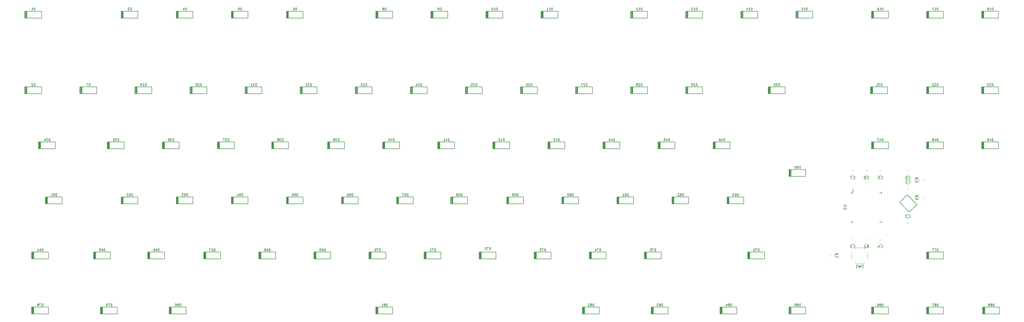
<source format=gbo>
%TF.GenerationSoftware,KiCad,Pcbnew,(5.1.6)-1*%
%TF.CreationDate,2020-08-11T21:43:52+02:00*%
%TF.ProjectId,qosmosKbBIS,716f736d-6f73-44b6-9242-49532e6b6963,rev?*%
%TF.SameCoordinates,Original*%
%TF.FileFunction,Legend,Bot*%
%TF.FilePolarity,Positive*%
%FSLAX46Y46*%
G04 Gerber Fmt 4.6, Leading zero omitted, Abs format (unit mm)*
G04 Created by KiCad (PCBNEW (5.1.6)-1) date 2020-08-11 21:43:52*
%MOMM*%
%LPD*%
G01*
G04 APERTURE LIST*
%ADD10C,0.200000*%
%ADD11C,0.120000*%
%ADD12C,0.150000*%
G04 APERTURE END LIST*
D10*
%TO.C,D12*%
X200131250Y-48825000D02*
X200131250Y-46425000D01*
X199956250Y-48825000D02*
X199956250Y-46425000D01*
X199781250Y-48825000D02*
X199781250Y-46425000D01*
X199381250Y-46425000D02*
X199381250Y-48825000D01*
X199606250Y-48825000D02*
X199606250Y-46425000D01*
X199481250Y-48825000D02*
X199481250Y-46425000D01*
X199406250Y-48825000D02*
X205206250Y-48825000D01*
X205206250Y-48825000D02*
X205206250Y-46425000D01*
X205206250Y-46425000D02*
X199406250Y-46425000D01*
%TO.C,D2*%
X-4343750Y-72618750D02*
X-10143750Y-72618750D01*
X-4343750Y-75018750D02*
X-4343750Y-72618750D01*
X-10143750Y-75018750D02*
X-4343750Y-75018750D01*
X-10068750Y-75018750D02*
X-10068750Y-72618750D01*
X-9943750Y-75018750D02*
X-9943750Y-72618750D01*
X-10168750Y-72618750D02*
X-10168750Y-75018750D01*
X-9768750Y-75018750D02*
X-9768750Y-72618750D01*
X-9593750Y-75018750D02*
X-9593750Y-72618750D01*
X-9418750Y-75018750D02*
X-9418750Y-72618750D01*
%TO.C,D13*%
X219181250Y-48825000D02*
X219181250Y-46425000D01*
X219006250Y-48825000D02*
X219006250Y-46425000D01*
X218831250Y-48825000D02*
X218831250Y-46425000D01*
X218431250Y-46425000D02*
X218431250Y-48825000D01*
X218656250Y-48825000D02*
X218656250Y-46425000D01*
X218531250Y-48825000D02*
X218531250Y-46425000D01*
X218456250Y-48825000D02*
X224256250Y-48825000D01*
X224256250Y-48825000D02*
X224256250Y-46425000D01*
X224256250Y-46425000D02*
X218456250Y-46425000D01*
%TO.C,D14*%
X243306250Y-46425000D02*
X237506250Y-46425000D01*
X243306250Y-48825000D02*
X243306250Y-46425000D01*
X237506250Y-48825000D02*
X243306250Y-48825000D01*
X237581250Y-48825000D02*
X237581250Y-46425000D01*
X237706250Y-48825000D02*
X237706250Y-46425000D01*
X237481250Y-46425000D02*
X237481250Y-48825000D01*
X237881250Y-48825000D02*
X237881250Y-46425000D01*
X238056250Y-48825000D02*
X238056250Y-46425000D01*
X238231250Y-48825000D02*
X238231250Y-46425000D01*
%TO.C,D5*%
X67093750Y-46425000D02*
X61293750Y-46425000D01*
X67093750Y-48825000D02*
X67093750Y-46425000D01*
X61293750Y-48825000D02*
X67093750Y-48825000D01*
X61368750Y-48825000D02*
X61368750Y-46425000D01*
X61493750Y-48825000D02*
X61493750Y-46425000D01*
X61268750Y-46425000D02*
X61268750Y-48825000D01*
X61668750Y-48825000D02*
X61668750Y-46425000D01*
X61843750Y-48825000D02*
X61843750Y-46425000D01*
X62018750Y-48825000D02*
X62018750Y-46425000D01*
%TO.C,D15*%
X257281250Y-48825000D02*
X257281250Y-46425000D01*
X257106250Y-48825000D02*
X257106250Y-46425000D01*
X256931250Y-48825000D02*
X256931250Y-46425000D01*
X256531250Y-46425000D02*
X256531250Y-48825000D01*
X256756250Y-48825000D02*
X256756250Y-46425000D01*
X256631250Y-48825000D02*
X256631250Y-46425000D01*
X256556250Y-48825000D02*
X262356250Y-48825000D01*
X262356250Y-48825000D02*
X262356250Y-46425000D01*
X262356250Y-46425000D02*
X256556250Y-46425000D01*
%TO.C,D1*%
X-9418750Y-48825000D02*
X-9418750Y-46425000D01*
X-9593750Y-48825000D02*
X-9593750Y-46425000D01*
X-9768750Y-48825000D02*
X-9768750Y-46425000D01*
X-10168750Y-46425000D02*
X-10168750Y-48825000D01*
X-9943750Y-48825000D02*
X-9943750Y-46425000D01*
X-10068750Y-48825000D02*
X-10068750Y-46425000D01*
X-10143750Y-48825000D02*
X-4343750Y-48825000D01*
X-4343750Y-48825000D02*
X-4343750Y-46425000D01*
X-4343750Y-46425000D02*
X-10143750Y-46425000D01*
D11*
%TO.C,C7*%
X275963748Y-103103750D02*
X276486252Y-103103750D01*
X275963748Y-101683750D02*
X276486252Y-101683750D01*
D10*
%TO.C,D4*%
X48043750Y-46425000D02*
X42243750Y-46425000D01*
X48043750Y-48825000D02*
X48043750Y-46425000D01*
X42243750Y-48825000D02*
X48043750Y-48825000D01*
X42318750Y-48825000D02*
X42318750Y-46425000D01*
X42443750Y-48825000D02*
X42443750Y-46425000D01*
X42218750Y-46425000D02*
X42218750Y-48825000D01*
X42618750Y-48825000D02*
X42618750Y-46425000D01*
X42793750Y-48825000D02*
X42793750Y-46425000D01*
X42968750Y-48825000D02*
X42968750Y-46425000D01*
%TO.C,D6*%
X81068750Y-48825000D02*
X81068750Y-46425000D01*
X80893750Y-48825000D02*
X80893750Y-46425000D01*
X80718750Y-48825000D02*
X80718750Y-46425000D01*
X80318750Y-46425000D02*
X80318750Y-48825000D01*
X80543750Y-48825000D02*
X80543750Y-46425000D01*
X80418750Y-48825000D02*
X80418750Y-46425000D01*
X80343750Y-48825000D02*
X86143750Y-48825000D01*
X86143750Y-48825000D02*
X86143750Y-46425000D01*
X86143750Y-46425000D02*
X80343750Y-46425000D01*
%TO.C,D8*%
X117100000Y-46425000D02*
X111300000Y-46425000D01*
X117100000Y-48825000D02*
X117100000Y-46425000D01*
X111300000Y-48825000D02*
X117100000Y-48825000D01*
X111375000Y-48825000D02*
X111375000Y-46425000D01*
X111500000Y-48825000D02*
X111500000Y-46425000D01*
X111275000Y-46425000D02*
X111275000Y-48825000D01*
X111675000Y-48825000D02*
X111675000Y-46425000D01*
X111850000Y-48825000D02*
X111850000Y-46425000D01*
X112025000Y-48825000D02*
X112025000Y-46425000D01*
%TO.C,D9*%
X131075000Y-48825000D02*
X131075000Y-46425000D01*
X130900000Y-48825000D02*
X130900000Y-46425000D01*
X130725000Y-48825000D02*
X130725000Y-46425000D01*
X130325000Y-46425000D02*
X130325000Y-48825000D01*
X130550000Y-48825000D02*
X130550000Y-46425000D01*
X130425000Y-48825000D02*
X130425000Y-46425000D01*
X130350000Y-48825000D02*
X136150000Y-48825000D01*
X136150000Y-48825000D02*
X136150000Y-46425000D01*
X136150000Y-46425000D02*
X130350000Y-46425000D01*
%TO.C,D7*%
X14706250Y-72618750D02*
X8906250Y-72618750D01*
X14706250Y-75018750D02*
X14706250Y-72618750D01*
X8906250Y-75018750D02*
X14706250Y-75018750D01*
X8981250Y-75018750D02*
X8981250Y-72618750D01*
X9106250Y-75018750D02*
X9106250Y-72618750D01*
X8881250Y-72618750D02*
X8881250Y-75018750D01*
X9281250Y-75018750D02*
X9281250Y-72618750D01*
X9456250Y-75018750D02*
X9456250Y-72618750D01*
X9631250Y-75018750D02*
X9631250Y-72618750D01*
%TO.C,D10*%
X155200000Y-46425000D02*
X149400000Y-46425000D01*
X155200000Y-48825000D02*
X155200000Y-46425000D01*
X149400000Y-48825000D02*
X155200000Y-48825000D01*
X149475000Y-48825000D02*
X149475000Y-46425000D01*
X149600000Y-48825000D02*
X149600000Y-46425000D01*
X149375000Y-46425000D02*
X149375000Y-48825000D01*
X149775000Y-48825000D02*
X149775000Y-46425000D01*
X149950000Y-48825000D02*
X149950000Y-46425000D01*
X150125000Y-48825000D02*
X150125000Y-46425000D01*
D11*
%TO.C,C6*%
X295013748Y-101683750D02*
X295536252Y-101683750D01*
X295013748Y-103103750D02*
X295536252Y-103103750D01*
D10*
%TO.C,D3*%
X28993750Y-46425000D02*
X23193750Y-46425000D01*
X28993750Y-48825000D02*
X28993750Y-46425000D01*
X23193750Y-48825000D02*
X28993750Y-48825000D01*
X23268750Y-48825000D02*
X23268750Y-46425000D01*
X23393750Y-48825000D02*
X23393750Y-46425000D01*
X23168750Y-46425000D02*
X23168750Y-48825000D01*
X23568750Y-48825000D02*
X23568750Y-46425000D01*
X23743750Y-48825000D02*
X23743750Y-46425000D01*
X23918750Y-48825000D02*
X23918750Y-46425000D01*
D11*
%TO.C,C8*%
X280726248Y-101683750D02*
X281248752Y-101683750D01*
X280726248Y-103103750D02*
X281248752Y-103103750D01*
D10*
%TO.C,D11*%
X174250000Y-46425000D02*
X168450000Y-46425000D01*
X174250000Y-48825000D02*
X174250000Y-46425000D01*
X168450000Y-48825000D02*
X174250000Y-48825000D01*
X168525000Y-48825000D02*
X168525000Y-46425000D01*
X168650000Y-48825000D02*
X168650000Y-46425000D01*
X168425000Y-46425000D02*
X168425000Y-48825000D01*
X168825000Y-48825000D02*
X168825000Y-46425000D01*
X169000000Y-48825000D02*
X169000000Y-46425000D01*
X169175000Y-48825000D02*
X169175000Y-46425000D01*
D11*
%TO.C,R2*%
X280726248Y-125496250D02*
X281248752Y-125496250D01*
X280726248Y-126916250D02*
X281248752Y-126916250D01*
%TO.C,R1*%
X269791250Y-131230002D02*
X269791250Y-130707498D01*
X268371250Y-131230002D02*
X268371250Y-130707498D01*
D12*
%TO.C,U1*%
X276387500Y-109125000D02*
X276387500Y-107850000D01*
X275812500Y-119475000D02*
X275812500Y-118800000D01*
X286162500Y-119475000D02*
X286162500Y-118800000D01*
X286162500Y-109125000D02*
X286162500Y-109800000D01*
X275812500Y-109125000D02*
X275812500Y-109800000D01*
X286162500Y-109125000D02*
X285487500Y-109125000D01*
X286162500Y-119475000D02*
X285487500Y-119475000D01*
X275812500Y-119475000D02*
X276487500Y-119475000D01*
X275812500Y-109125000D02*
X276387500Y-109125000D01*
D10*
%TO.C,X1*%
X298440203Y-113310050D02*
X295081446Y-109951293D01*
X295788552Y-115961701D02*
X298440203Y-113310050D01*
X292429795Y-112602944D02*
X295788552Y-115961701D01*
X295081446Y-109951293D02*
X292429795Y-112602944D01*
D11*
%TO.C,R4*%
X299327500Y-110632498D02*
X299327500Y-111155002D01*
X300747500Y-110632498D02*
X300747500Y-111155002D01*
%TO.C,R3*%
X300747500Y-104513748D02*
X300747500Y-105036252D01*
X299327500Y-104513748D02*
X299327500Y-105036252D01*
%TO.C,SW1*%
X277356250Y-133718750D02*
X279856250Y-133718750D01*
X275856250Y-131968750D02*
X275856250Y-129968750D01*
X277356250Y-128218750D02*
X279856250Y-128218750D01*
X281356250Y-131968750D02*
X281356250Y-129968750D01*
X276906250Y-133268750D02*
X277356250Y-133718750D01*
X280306250Y-133268750D02*
X279856250Y-133718750D01*
X280306250Y-128668750D02*
X279856250Y-128218750D01*
X276906250Y-128668750D02*
X277356250Y-128218750D01*
D10*
%TO.C,D30*%
X247756250Y-75018750D02*
X247756250Y-72618750D01*
X247581250Y-75018750D02*
X247581250Y-72618750D01*
X247406250Y-75018750D02*
X247406250Y-72618750D01*
X247006250Y-72618750D02*
X247006250Y-75018750D01*
X247231250Y-75018750D02*
X247231250Y-72618750D01*
X247106250Y-75018750D02*
X247106250Y-72618750D01*
X247031250Y-75018750D02*
X252831250Y-75018750D01*
X252831250Y-75018750D02*
X252831250Y-72618750D01*
X252831250Y-72618750D02*
X247031250Y-72618750D01*
%TO.C,D31*%
X283156250Y-75018750D02*
X283156250Y-72618750D01*
X282981250Y-75018750D02*
X282981250Y-72618750D01*
X282806250Y-75018750D02*
X282806250Y-72618750D01*
X282406250Y-72618750D02*
X282406250Y-75018750D01*
X282631250Y-75018750D02*
X282631250Y-72618750D01*
X282506250Y-75018750D02*
X282506250Y-72618750D01*
X282431250Y-75018750D02*
X288231250Y-75018750D01*
X288231250Y-75018750D02*
X288231250Y-72618750D01*
X288231250Y-72618750D02*
X282431250Y-72618750D01*
%TO.C,D32*%
X307600000Y-72618750D02*
X301800000Y-72618750D01*
X307600000Y-75018750D02*
X307600000Y-72618750D01*
X301800000Y-75018750D02*
X307600000Y-75018750D01*
X301875000Y-75018750D02*
X301875000Y-72618750D01*
X302000000Y-75018750D02*
X302000000Y-72618750D01*
X301775000Y-72618750D02*
X301775000Y-75018750D01*
X302175000Y-75018750D02*
X302175000Y-72618750D01*
X302350000Y-75018750D02*
X302350000Y-72618750D01*
X302525000Y-75018750D02*
X302525000Y-72618750D01*
%TO.C,D33*%
X321575000Y-75018750D02*
X321575000Y-72618750D01*
X321400000Y-75018750D02*
X321400000Y-72618750D01*
X321225000Y-75018750D02*
X321225000Y-72618750D01*
X320825000Y-72618750D02*
X320825000Y-75018750D01*
X321050000Y-75018750D02*
X321050000Y-72618750D01*
X320925000Y-75018750D02*
X320925000Y-72618750D01*
X320850000Y-75018750D02*
X326650000Y-75018750D01*
X326650000Y-75018750D02*
X326650000Y-72618750D01*
X326650000Y-72618750D02*
X320850000Y-72618750D01*
%TO.C,D18*%
X326650000Y-46425000D02*
X320850000Y-46425000D01*
X326650000Y-48825000D02*
X326650000Y-46425000D01*
X320850000Y-48825000D02*
X326650000Y-48825000D01*
X320925000Y-48825000D02*
X320925000Y-46425000D01*
X321050000Y-48825000D02*
X321050000Y-46425000D01*
X320825000Y-46425000D02*
X320825000Y-48825000D01*
X321225000Y-48825000D02*
X321225000Y-46425000D01*
X321400000Y-48825000D02*
X321400000Y-46425000D01*
X321575000Y-48825000D02*
X321575000Y-46425000D01*
%TO.C,D20*%
X52806250Y-72618750D02*
X47006250Y-72618750D01*
X52806250Y-75018750D02*
X52806250Y-72618750D01*
X47006250Y-75018750D02*
X52806250Y-75018750D01*
X47081250Y-75018750D02*
X47081250Y-72618750D01*
X47206250Y-75018750D02*
X47206250Y-72618750D01*
X46981250Y-72618750D02*
X46981250Y-75018750D01*
X47381250Y-75018750D02*
X47381250Y-72618750D01*
X47556250Y-75018750D02*
X47556250Y-72618750D01*
X47731250Y-75018750D02*
X47731250Y-72618750D01*
%TO.C,D16*%
X288550000Y-46425000D02*
X282750000Y-46425000D01*
X288550000Y-48825000D02*
X288550000Y-46425000D01*
X282750000Y-48825000D02*
X288550000Y-48825000D01*
X282825000Y-48825000D02*
X282825000Y-46425000D01*
X282950000Y-48825000D02*
X282950000Y-46425000D01*
X282725000Y-46425000D02*
X282725000Y-48825000D01*
X283125000Y-48825000D02*
X283125000Y-46425000D01*
X283300000Y-48825000D02*
X283300000Y-46425000D01*
X283475000Y-48825000D02*
X283475000Y-46425000D01*
%TO.C,D22*%
X90906250Y-72618750D02*
X85106250Y-72618750D01*
X90906250Y-75018750D02*
X90906250Y-72618750D01*
X85106250Y-75018750D02*
X90906250Y-75018750D01*
X85181250Y-75018750D02*
X85181250Y-72618750D01*
X85306250Y-75018750D02*
X85306250Y-72618750D01*
X85081250Y-72618750D02*
X85081250Y-75018750D01*
X85481250Y-75018750D02*
X85481250Y-72618750D01*
X85656250Y-75018750D02*
X85656250Y-72618750D01*
X85831250Y-75018750D02*
X85831250Y-72618750D01*
%TO.C,D25*%
X148056250Y-72618750D02*
X142256250Y-72618750D01*
X148056250Y-75018750D02*
X148056250Y-72618750D01*
X142256250Y-75018750D02*
X148056250Y-75018750D01*
X142331250Y-75018750D02*
X142331250Y-72618750D01*
X142456250Y-75018750D02*
X142456250Y-72618750D01*
X142231250Y-72618750D02*
X142231250Y-75018750D01*
X142631250Y-75018750D02*
X142631250Y-72618750D01*
X142806250Y-75018750D02*
X142806250Y-72618750D01*
X142981250Y-75018750D02*
X142981250Y-72618750D01*
%TO.C,D26*%
X162031250Y-75018750D02*
X162031250Y-72618750D01*
X161856250Y-75018750D02*
X161856250Y-72618750D01*
X161681250Y-75018750D02*
X161681250Y-72618750D01*
X161281250Y-72618750D02*
X161281250Y-75018750D01*
X161506250Y-75018750D02*
X161506250Y-72618750D01*
X161381250Y-75018750D02*
X161381250Y-72618750D01*
X161306250Y-75018750D02*
X167106250Y-75018750D01*
X167106250Y-75018750D02*
X167106250Y-72618750D01*
X167106250Y-72618750D02*
X161306250Y-72618750D01*
%TO.C,D23*%
X104881250Y-75018750D02*
X104881250Y-72618750D01*
X104706250Y-75018750D02*
X104706250Y-72618750D01*
X104531250Y-75018750D02*
X104531250Y-72618750D01*
X104131250Y-72618750D02*
X104131250Y-75018750D01*
X104356250Y-75018750D02*
X104356250Y-72618750D01*
X104231250Y-75018750D02*
X104231250Y-72618750D01*
X104156250Y-75018750D02*
X109956250Y-75018750D01*
X109956250Y-75018750D02*
X109956250Y-72618750D01*
X109956250Y-72618750D02*
X104156250Y-72618750D01*
%TO.C,D27*%
X181081250Y-75018750D02*
X181081250Y-72618750D01*
X180906250Y-75018750D02*
X180906250Y-72618750D01*
X180731250Y-75018750D02*
X180731250Y-72618750D01*
X180331250Y-72618750D02*
X180331250Y-75018750D01*
X180556250Y-75018750D02*
X180556250Y-72618750D01*
X180431250Y-75018750D02*
X180431250Y-72618750D01*
X180356250Y-75018750D02*
X186156250Y-75018750D01*
X186156250Y-75018750D02*
X186156250Y-72618750D01*
X186156250Y-72618750D02*
X180356250Y-72618750D01*
%TO.C,D19*%
X33756250Y-72618750D02*
X27956250Y-72618750D01*
X33756250Y-75018750D02*
X33756250Y-72618750D01*
X27956250Y-75018750D02*
X33756250Y-75018750D01*
X28031250Y-75018750D02*
X28031250Y-72618750D01*
X28156250Y-75018750D02*
X28156250Y-72618750D01*
X27931250Y-72618750D02*
X27931250Y-75018750D01*
X28331250Y-75018750D02*
X28331250Y-72618750D01*
X28506250Y-75018750D02*
X28506250Y-72618750D01*
X28681250Y-75018750D02*
X28681250Y-72618750D01*
%TO.C,D21*%
X71856250Y-72618750D02*
X66056250Y-72618750D01*
X71856250Y-75018750D02*
X71856250Y-72618750D01*
X66056250Y-75018750D02*
X71856250Y-75018750D01*
X66131250Y-75018750D02*
X66131250Y-72618750D01*
X66256250Y-75018750D02*
X66256250Y-72618750D01*
X66031250Y-72618750D02*
X66031250Y-75018750D01*
X66431250Y-75018750D02*
X66431250Y-72618750D01*
X66606250Y-75018750D02*
X66606250Y-72618750D01*
X66781250Y-75018750D02*
X66781250Y-72618750D01*
%TO.C,D29*%
X224256250Y-72618750D02*
X218456250Y-72618750D01*
X224256250Y-75018750D02*
X224256250Y-72618750D01*
X218456250Y-75018750D02*
X224256250Y-75018750D01*
X218531250Y-75018750D02*
X218531250Y-72618750D01*
X218656250Y-75018750D02*
X218656250Y-72618750D01*
X218431250Y-72618750D02*
X218431250Y-75018750D01*
X218831250Y-75018750D02*
X218831250Y-72618750D01*
X219006250Y-75018750D02*
X219006250Y-72618750D01*
X219181250Y-75018750D02*
X219181250Y-72618750D01*
%TO.C,D24*%
X123931250Y-75018750D02*
X123931250Y-72618750D01*
X123756250Y-75018750D02*
X123756250Y-72618750D01*
X123581250Y-75018750D02*
X123581250Y-72618750D01*
X123181250Y-72618750D02*
X123181250Y-75018750D01*
X123406250Y-75018750D02*
X123406250Y-72618750D01*
X123281250Y-75018750D02*
X123281250Y-72618750D01*
X123206250Y-75018750D02*
X129006250Y-75018750D01*
X129006250Y-75018750D02*
X129006250Y-72618750D01*
X129006250Y-72618750D02*
X123206250Y-72618750D01*
%TO.C,D28*%
X205206250Y-72618750D02*
X199406250Y-72618750D01*
X205206250Y-75018750D02*
X205206250Y-72618750D01*
X199406250Y-75018750D02*
X205206250Y-75018750D01*
X199481250Y-75018750D02*
X199481250Y-72618750D01*
X199606250Y-75018750D02*
X199606250Y-72618750D01*
X199381250Y-72618750D02*
X199381250Y-75018750D01*
X199781250Y-75018750D02*
X199781250Y-72618750D01*
X199956250Y-75018750D02*
X199956250Y-72618750D01*
X200131250Y-75018750D02*
X200131250Y-72618750D01*
%TO.C,D17*%
X307600000Y-46425000D02*
X301800000Y-46425000D01*
X307600000Y-48825000D02*
X307600000Y-46425000D01*
X301800000Y-48825000D02*
X307600000Y-48825000D01*
X301875000Y-48825000D02*
X301875000Y-46425000D01*
X302000000Y-48825000D02*
X302000000Y-46425000D01*
X301775000Y-46425000D02*
X301775000Y-48825000D01*
X302175000Y-48825000D02*
X302175000Y-46425000D01*
X302350000Y-48825000D02*
X302350000Y-46425000D01*
X302525000Y-48825000D02*
X302525000Y-46425000D01*
%TO.C,D48*%
X302525000Y-94068750D02*
X302525000Y-91668750D01*
X302350000Y-94068750D02*
X302350000Y-91668750D01*
X302175000Y-94068750D02*
X302175000Y-91668750D01*
X301775000Y-91668750D02*
X301775000Y-94068750D01*
X302000000Y-94068750D02*
X302000000Y-91668750D01*
X301875000Y-94068750D02*
X301875000Y-91668750D01*
X301800000Y-94068750D02*
X307600000Y-94068750D01*
X307600000Y-94068750D02*
X307600000Y-91668750D01*
X307600000Y-91668750D02*
X301800000Y-91668750D01*
%TO.C,D42*%
X157581250Y-91668750D02*
X151781250Y-91668750D01*
X157581250Y-94068750D02*
X157581250Y-91668750D01*
X151781250Y-94068750D02*
X157581250Y-94068750D01*
X151856250Y-94068750D02*
X151856250Y-91668750D01*
X151981250Y-94068750D02*
X151981250Y-91668750D01*
X151756250Y-91668750D02*
X151756250Y-94068750D01*
X152156250Y-94068750D02*
X152156250Y-91668750D01*
X152331250Y-94068750D02*
X152331250Y-91668750D01*
X152506250Y-94068750D02*
X152506250Y-91668750D01*
%TO.C,D43*%
X176631250Y-91668750D02*
X170831250Y-91668750D01*
X176631250Y-94068750D02*
X176631250Y-91668750D01*
X170831250Y-94068750D02*
X176631250Y-94068750D01*
X170906250Y-94068750D02*
X170906250Y-91668750D01*
X171031250Y-94068750D02*
X171031250Y-91668750D01*
X170806250Y-91668750D02*
X170806250Y-94068750D01*
X171206250Y-94068750D02*
X171206250Y-91668750D01*
X171381250Y-94068750D02*
X171381250Y-91668750D01*
X171556250Y-94068750D02*
X171556250Y-91668750D01*
%TO.C,D45*%
X209656250Y-94068750D02*
X209656250Y-91668750D01*
X209481250Y-94068750D02*
X209481250Y-91668750D01*
X209306250Y-94068750D02*
X209306250Y-91668750D01*
X208906250Y-91668750D02*
X208906250Y-94068750D01*
X209131250Y-94068750D02*
X209131250Y-91668750D01*
X209006250Y-94068750D02*
X209006250Y-91668750D01*
X208931250Y-94068750D02*
X214731250Y-94068750D01*
X214731250Y-94068750D02*
X214731250Y-91668750D01*
X214731250Y-91668750D02*
X208931250Y-91668750D01*
%TO.C,D49*%
X321575000Y-94068750D02*
X321575000Y-91668750D01*
X321400000Y-94068750D02*
X321400000Y-91668750D01*
X321225000Y-94068750D02*
X321225000Y-91668750D01*
X320825000Y-91668750D02*
X320825000Y-94068750D01*
X321050000Y-94068750D02*
X321050000Y-91668750D01*
X320925000Y-94068750D02*
X320925000Y-91668750D01*
X320850000Y-94068750D02*
X326650000Y-94068750D01*
X326650000Y-94068750D02*
X326650000Y-91668750D01*
X326650000Y-91668750D02*
X320850000Y-91668750D01*
%TO.C,D41*%
X133456250Y-94068750D02*
X133456250Y-91668750D01*
X133281250Y-94068750D02*
X133281250Y-91668750D01*
X133106250Y-94068750D02*
X133106250Y-91668750D01*
X132706250Y-91668750D02*
X132706250Y-94068750D01*
X132931250Y-94068750D02*
X132931250Y-91668750D01*
X132806250Y-94068750D02*
X132806250Y-91668750D01*
X132731250Y-94068750D02*
X138531250Y-94068750D01*
X138531250Y-94068750D02*
X138531250Y-91668750D01*
X138531250Y-91668750D02*
X132731250Y-91668750D01*
%TO.C,D50*%
X254900000Y-103593750D02*
X254900000Y-101193750D01*
X254725000Y-103593750D02*
X254725000Y-101193750D01*
X254550000Y-103593750D02*
X254550000Y-101193750D01*
X254150000Y-101193750D02*
X254150000Y-103593750D01*
X254375000Y-103593750D02*
X254375000Y-101193750D01*
X254250000Y-103593750D02*
X254250000Y-101193750D01*
X254175000Y-103593750D02*
X259975000Y-103593750D01*
X259975000Y-103593750D02*
X259975000Y-101193750D01*
X259975000Y-101193750D02*
X254175000Y-101193750D01*
%TO.C,D51*%
X2800000Y-110718750D02*
X-3000000Y-110718750D01*
X2800000Y-113118750D02*
X2800000Y-110718750D01*
X-3000000Y-113118750D02*
X2800000Y-113118750D01*
X-2925000Y-113118750D02*
X-2925000Y-110718750D01*
X-2800000Y-113118750D02*
X-2800000Y-110718750D01*
X-3025000Y-110718750D02*
X-3025000Y-113118750D01*
X-2625000Y-113118750D02*
X-2625000Y-110718750D01*
X-2450000Y-113118750D02*
X-2450000Y-110718750D01*
X-2275000Y-113118750D02*
X-2275000Y-110718750D01*
%TO.C,D40*%
X114406250Y-94068750D02*
X114406250Y-91668750D01*
X114231250Y-94068750D02*
X114231250Y-91668750D01*
X114056250Y-94068750D02*
X114056250Y-91668750D01*
X113656250Y-91668750D02*
X113656250Y-94068750D01*
X113881250Y-94068750D02*
X113881250Y-91668750D01*
X113756250Y-94068750D02*
X113756250Y-91668750D01*
X113681250Y-94068750D02*
X119481250Y-94068750D01*
X119481250Y-94068750D02*
X119481250Y-91668750D01*
X119481250Y-91668750D02*
X113681250Y-91668750D01*
%TO.C,D44*%
X190606250Y-94068750D02*
X190606250Y-91668750D01*
X190431250Y-94068750D02*
X190431250Y-91668750D01*
X190256250Y-94068750D02*
X190256250Y-91668750D01*
X189856250Y-91668750D02*
X189856250Y-94068750D01*
X190081250Y-94068750D02*
X190081250Y-91668750D01*
X189956250Y-94068750D02*
X189956250Y-91668750D01*
X189881250Y-94068750D02*
X195681250Y-94068750D01*
X195681250Y-94068750D02*
X195681250Y-91668750D01*
X195681250Y-91668750D02*
X189881250Y-91668750D01*
%TO.C,D37*%
X62331250Y-91668750D02*
X56531250Y-91668750D01*
X62331250Y-94068750D02*
X62331250Y-91668750D01*
X56531250Y-94068750D02*
X62331250Y-94068750D01*
X56606250Y-94068750D02*
X56606250Y-91668750D01*
X56731250Y-94068750D02*
X56731250Y-91668750D01*
X56506250Y-91668750D02*
X56506250Y-94068750D01*
X56906250Y-94068750D02*
X56906250Y-91668750D01*
X57081250Y-94068750D02*
X57081250Y-91668750D01*
X57256250Y-94068750D02*
X57256250Y-91668750D01*
%TO.C,D39*%
X100431250Y-91668750D02*
X94631250Y-91668750D01*
X100431250Y-94068750D02*
X100431250Y-91668750D01*
X94631250Y-94068750D02*
X100431250Y-94068750D01*
X94706250Y-94068750D02*
X94706250Y-91668750D01*
X94831250Y-94068750D02*
X94831250Y-91668750D01*
X94606250Y-91668750D02*
X94606250Y-94068750D01*
X95006250Y-94068750D02*
X95006250Y-91668750D01*
X95181250Y-94068750D02*
X95181250Y-91668750D01*
X95356250Y-94068750D02*
X95356250Y-91668750D01*
%TO.C,D46*%
X228706250Y-94068750D02*
X228706250Y-91668750D01*
X228531250Y-94068750D02*
X228531250Y-91668750D01*
X228356250Y-94068750D02*
X228356250Y-91668750D01*
X227956250Y-91668750D02*
X227956250Y-94068750D01*
X228181250Y-94068750D02*
X228181250Y-91668750D01*
X228056250Y-94068750D02*
X228056250Y-91668750D01*
X227981250Y-94068750D02*
X233781250Y-94068750D01*
X233781250Y-94068750D02*
X233781250Y-91668750D01*
X233781250Y-91668750D02*
X227981250Y-91668750D01*
%TO.C,D34*%
X418750Y-91668750D02*
X-5381250Y-91668750D01*
X418750Y-94068750D02*
X418750Y-91668750D01*
X-5381250Y-94068750D02*
X418750Y-94068750D01*
X-5306250Y-94068750D02*
X-5306250Y-91668750D01*
X-5181250Y-94068750D02*
X-5181250Y-91668750D01*
X-5406250Y-91668750D02*
X-5406250Y-94068750D01*
X-5006250Y-94068750D02*
X-5006250Y-91668750D01*
X-4831250Y-94068750D02*
X-4831250Y-91668750D01*
X-4656250Y-94068750D02*
X-4656250Y-91668750D01*
%TO.C,D35*%
X24231250Y-91668750D02*
X18431250Y-91668750D01*
X24231250Y-94068750D02*
X24231250Y-91668750D01*
X18431250Y-94068750D02*
X24231250Y-94068750D01*
X18506250Y-94068750D02*
X18506250Y-91668750D01*
X18631250Y-94068750D02*
X18631250Y-91668750D01*
X18406250Y-91668750D02*
X18406250Y-94068750D01*
X18806250Y-94068750D02*
X18806250Y-91668750D01*
X18981250Y-94068750D02*
X18981250Y-91668750D01*
X19156250Y-94068750D02*
X19156250Y-91668750D01*
%TO.C,D36*%
X43281250Y-91668750D02*
X37481250Y-91668750D01*
X43281250Y-94068750D02*
X43281250Y-91668750D01*
X37481250Y-94068750D02*
X43281250Y-94068750D01*
X37556250Y-94068750D02*
X37556250Y-91668750D01*
X37681250Y-94068750D02*
X37681250Y-91668750D01*
X37456250Y-91668750D02*
X37456250Y-94068750D01*
X37856250Y-94068750D02*
X37856250Y-91668750D01*
X38031250Y-94068750D02*
X38031250Y-91668750D01*
X38206250Y-94068750D02*
X38206250Y-91668750D01*
%TO.C,D38*%
X81062500Y-91668750D02*
X75262500Y-91668750D01*
X81062500Y-94068750D02*
X81062500Y-91668750D01*
X75262500Y-94068750D02*
X81062500Y-94068750D01*
X75337500Y-94068750D02*
X75337500Y-91668750D01*
X75462500Y-94068750D02*
X75462500Y-91668750D01*
X75237500Y-91668750D02*
X75237500Y-94068750D01*
X75637500Y-94068750D02*
X75637500Y-91668750D01*
X75812500Y-94068750D02*
X75812500Y-91668750D01*
X75987500Y-94068750D02*
X75987500Y-91668750D01*
%TO.C,D47*%
X283475000Y-94068750D02*
X283475000Y-91668750D01*
X283300000Y-94068750D02*
X283300000Y-91668750D01*
X283125000Y-94068750D02*
X283125000Y-91668750D01*
X282725000Y-91668750D02*
X282725000Y-94068750D01*
X282950000Y-94068750D02*
X282950000Y-91668750D01*
X282825000Y-94068750D02*
X282825000Y-91668750D01*
X282750000Y-94068750D02*
X288550000Y-94068750D01*
X288550000Y-94068750D02*
X288550000Y-91668750D01*
X288550000Y-91668750D02*
X282750000Y-91668750D01*
%TO.C,D58*%
X137900000Y-113118750D02*
X137900000Y-110718750D01*
X137725000Y-113118750D02*
X137725000Y-110718750D01*
X137550000Y-113118750D02*
X137550000Y-110718750D01*
X137150000Y-110718750D02*
X137150000Y-113118750D01*
X137375000Y-113118750D02*
X137375000Y-110718750D01*
X137250000Y-113118750D02*
X137250000Y-110718750D01*
X137175000Y-113118750D02*
X142975000Y-113118750D01*
X142975000Y-113118750D02*
X142975000Y-110718750D01*
X142975000Y-110718750D02*
X137175000Y-110718750D01*
%TO.C,D57*%
X119168750Y-113118750D02*
X119168750Y-110718750D01*
X118993750Y-113118750D02*
X118993750Y-110718750D01*
X118818750Y-113118750D02*
X118818750Y-110718750D01*
X118418750Y-110718750D02*
X118418750Y-113118750D01*
X118643750Y-113118750D02*
X118643750Y-110718750D01*
X118518750Y-113118750D02*
X118518750Y-110718750D01*
X118443750Y-113118750D02*
X124243750Y-113118750D01*
X124243750Y-113118750D02*
X124243750Y-110718750D01*
X124243750Y-110718750D02*
X118443750Y-110718750D01*
%TO.C,D59*%
X162343750Y-110718750D02*
X156543750Y-110718750D01*
X162343750Y-113118750D02*
X162343750Y-110718750D01*
X156543750Y-113118750D02*
X162343750Y-113118750D01*
X156618750Y-113118750D02*
X156618750Y-110718750D01*
X156743750Y-113118750D02*
X156743750Y-110718750D01*
X156518750Y-110718750D02*
X156518750Y-113118750D01*
X156918750Y-113118750D02*
X156918750Y-110718750D01*
X157093750Y-113118750D02*
X157093750Y-110718750D01*
X157268750Y-113118750D02*
X157268750Y-110718750D01*
%TO.C,D62*%
X214418750Y-113118750D02*
X214418750Y-110718750D01*
X214243750Y-113118750D02*
X214243750Y-110718750D01*
X214068750Y-113118750D02*
X214068750Y-110718750D01*
X213668750Y-110718750D02*
X213668750Y-113118750D01*
X213893750Y-113118750D02*
X213893750Y-110718750D01*
X213768750Y-113118750D02*
X213768750Y-110718750D01*
X213693750Y-113118750D02*
X219493750Y-113118750D01*
X219493750Y-113118750D02*
X219493750Y-110718750D01*
X219493750Y-110718750D02*
X213693750Y-110718750D01*
%TO.C,D65*%
X19468750Y-129768750D02*
X13668750Y-129768750D01*
X19468750Y-132168750D02*
X19468750Y-129768750D01*
X13668750Y-132168750D02*
X19468750Y-132168750D01*
X13743750Y-132168750D02*
X13743750Y-129768750D01*
X13868750Y-132168750D02*
X13868750Y-129768750D01*
X13643750Y-129768750D02*
X13643750Y-132168750D01*
X14043750Y-132168750D02*
X14043750Y-129768750D01*
X14218750Y-132168750D02*
X14218750Y-129768750D01*
X14393750Y-132168750D02*
X14393750Y-129768750D01*
%TO.C,D63*%
X233468750Y-113118750D02*
X233468750Y-110718750D01*
X233293750Y-113118750D02*
X233293750Y-110718750D01*
X233118750Y-113118750D02*
X233118750Y-110718750D01*
X232718750Y-110718750D02*
X232718750Y-113118750D01*
X232943750Y-113118750D02*
X232943750Y-110718750D01*
X232818750Y-113118750D02*
X232818750Y-110718750D01*
X232743750Y-113118750D02*
X238543750Y-113118750D01*
X238543750Y-113118750D02*
X238543750Y-110718750D01*
X238543750Y-110718750D02*
X232743750Y-110718750D01*
%TO.C,D53*%
X48043750Y-110718750D02*
X42243750Y-110718750D01*
X48043750Y-113118750D02*
X48043750Y-110718750D01*
X42243750Y-113118750D02*
X48043750Y-113118750D01*
X42318750Y-113118750D02*
X42318750Y-110718750D01*
X42443750Y-113118750D02*
X42443750Y-110718750D01*
X42218750Y-110718750D02*
X42218750Y-113118750D01*
X42618750Y-113118750D02*
X42618750Y-110718750D01*
X42793750Y-113118750D02*
X42793750Y-110718750D01*
X42968750Y-113118750D02*
X42968750Y-110718750D01*
%TO.C,D60*%
X181393750Y-110718750D02*
X175593750Y-110718750D01*
X181393750Y-113118750D02*
X181393750Y-110718750D01*
X175593750Y-113118750D02*
X181393750Y-113118750D01*
X175668750Y-113118750D02*
X175668750Y-110718750D01*
X175793750Y-113118750D02*
X175793750Y-110718750D01*
X175568750Y-110718750D02*
X175568750Y-113118750D01*
X175968750Y-113118750D02*
X175968750Y-110718750D01*
X176143750Y-113118750D02*
X176143750Y-110718750D01*
X176318750Y-113118750D02*
X176318750Y-110718750D01*
%TO.C,D66*%
X33125000Y-132168750D02*
X33125000Y-129768750D01*
X32950000Y-132168750D02*
X32950000Y-129768750D01*
X32775000Y-132168750D02*
X32775000Y-129768750D01*
X32375000Y-129768750D02*
X32375000Y-132168750D01*
X32600000Y-132168750D02*
X32600000Y-129768750D01*
X32475000Y-132168750D02*
X32475000Y-129768750D01*
X32400000Y-132168750D02*
X38200000Y-132168750D01*
X38200000Y-132168750D02*
X38200000Y-129768750D01*
X38200000Y-129768750D02*
X32400000Y-129768750D01*
%TO.C,D52*%
X23918750Y-113118750D02*
X23918750Y-110718750D01*
X23743750Y-113118750D02*
X23743750Y-110718750D01*
X23568750Y-113118750D02*
X23568750Y-110718750D01*
X23168750Y-110718750D02*
X23168750Y-113118750D01*
X23393750Y-113118750D02*
X23393750Y-110718750D01*
X23268750Y-113118750D02*
X23268750Y-110718750D01*
X23193750Y-113118750D02*
X28993750Y-113118750D01*
X28993750Y-113118750D02*
X28993750Y-110718750D01*
X28993750Y-110718750D02*
X23193750Y-110718750D01*
%TO.C,D67*%
X52493750Y-132168750D02*
X52493750Y-129768750D01*
X52318750Y-132168750D02*
X52318750Y-129768750D01*
X52143750Y-132168750D02*
X52143750Y-129768750D01*
X51743750Y-129768750D02*
X51743750Y-132168750D01*
X51968750Y-132168750D02*
X51968750Y-129768750D01*
X51843750Y-132168750D02*
X51843750Y-129768750D01*
X51768750Y-132168750D02*
X57568750Y-132168750D01*
X57568750Y-132168750D02*
X57568750Y-129768750D01*
X57568750Y-129768750D02*
X51768750Y-129768750D01*
%TO.C,D68*%
X71543750Y-132168750D02*
X71543750Y-129768750D01*
X71368750Y-132168750D02*
X71368750Y-129768750D01*
X71193750Y-132168750D02*
X71193750Y-129768750D01*
X70793750Y-129768750D02*
X70793750Y-132168750D01*
X71018750Y-132168750D02*
X71018750Y-129768750D01*
X70893750Y-132168750D02*
X70893750Y-129768750D01*
X70818750Y-132168750D02*
X76618750Y-132168750D01*
X76618750Y-132168750D02*
X76618750Y-129768750D01*
X76618750Y-129768750D02*
X70818750Y-129768750D01*
%TO.C,D56*%
X100118750Y-113118750D02*
X100118750Y-110718750D01*
X99943750Y-113118750D02*
X99943750Y-110718750D01*
X99768750Y-113118750D02*
X99768750Y-110718750D01*
X99368750Y-110718750D02*
X99368750Y-113118750D01*
X99593750Y-113118750D02*
X99593750Y-110718750D01*
X99468750Y-113118750D02*
X99468750Y-110718750D01*
X99393750Y-113118750D02*
X105193750Y-113118750D01*
X105193750Y-113118750D02*
X105193750Y-110718750D01*
X105193750Y-110718750D02*
X99393750Y-110718750D01*
%TO.C,D61*%
X195368750Y-113118750D02*
X195368750Y-110718750D01*
X195193750Y-113118750D02*
X195193750Y-110718750D01*
X195018750Y-113118750D02*
X195018750Y-110718750D01*
X194618750Y-110718750D02*
X194618750Y-113118750D01*
X194843750Y-113118750D02*
X194843750Y-110718750D01*
X194718750Y-113118750D02*
X194718750Y-110718750D01*
X194643750Y-113118750D02*
X200443750Y-113118750D01*
X200443750Y-113118750D02*
X200443750Y-110718750D01*
X200443750Y-110718750D02*
X194643750Y-110718750D01*
%TO.C,D64*%
X-7037500Y-132168750D02*
X-7037500Y-129768750D01*
X-7212500Y-132168750D02*
X-7212500Y-129768750D01*
X-7387500Y-132168750D02*
X-7387500Y-129768750D01*
X-7787500Y-129768750D02*
X-7787500Y-132168750D01*
X-7562500Y-132168750D02*
X-7562500Y-129768750D01*
X-7687500Y-132168750D02*
X-7687500Y-129768750D01*
X-7762500Y-132168750D02*
X-1962500Y-132168750D01*
X-1962500Y-132168750D02*
X-1962500Y-129768750D01*
X-1962500Y-129768750D02*
X-7762500Y-129768750D01*
%TO.C,D54*%
X62018750Y-113118750D02*
X62018750Y-110718750D01*
X61843750Y-113118750D02*
X61843750Y-110718750D01*
X61668750Y-113118750D02*
X61668750Y-110718750D01*
X61268750Y-110718750D02*
X61268750Y-113118750D01*
X61493750Y-113118750D02*
X61493750Y-110718750D01*
X61368750Y-113118750D02*
X61368750Y-110718750D01*
X61293750Y-113118750D02*
X67093750Y-113118750D01*
X67093750Y-113118750D02*
X67093750Y-110718750D01*
X67093750Y-110718750D02*
X61293750Y-110718750D01*
%TO.C,D55*%
X86143750Y-110718750D02*
X80343750Y-110718750D01*
X86143750Y-113118750D02*
X86143750Y-110718750D01*
X80343750Y-113118750D02*
X86143750Y-113118750D01*
X80418750Y-113118750D02*
X80418750Y-110718750D01*
X80543750Y-113118750D02*
X80543750Y-110718750D01*
X80318750Y-110718750D02*
X80318750Y-113118750D01*
X80718750Y-113118750D02*
X80718750Y-110718750D01*
X80893750Y-113118750D02*
X80893750Y-110718750D01*
X81068750Y-113118750D02*
X81068750Y-110718750D01*
%TO.C,D69*%
X90593750Y-132168750D02*
X90593750Y-129768750D01*
X90418750Y-132168750D02*
X90418750Y-129768750D01*
X90243750Y-132168750D02*
X90243750Y-129768750D01*
X89843750Y-129768750D02*
X89843750Y-132168750D01*
X90068750Y-132168750D02*
X90068750Y-129768750D01*
X89943750Y-132168750D02*
X89943750Y-129768750D01*
X89868750Y-132168750D02*
X95668750Y-132168750D01*
X95668750Y-132168750D02*
X95668750Y-129768750D01*
X95668750Y-129768750D02*
X89868750Y-129768750D01*
%TO.C,D82*%
X183462500Y-151218750D02*
X183462500Y-148818750D01*
X183287500Y-151218750D02*
X183287500Y-148818750D01*
X183112500Y-151218750D02*
X183112500Y-148818750D01*
X182712500Y-148818750D02*
X182712500Y-151218750D01*
X182937500Y-151218750D02*
X182937500Y-148818750D01*
X182812500Y-151218750D02*
X182812500Y-148818750D01*
X182737500Y-151218750D02*
X188537500Y-151218750D01*
X188537500Y-151218750D02*
X188537500Y-148818750D01*
X188537500Y-148818750D02*
X182737500Y-148818750D01*
%TO.C,D77*%
X302525000Y-132168750D02*
X302525000Y-129768750D01*
X302350000Y-132168750D02*
X302350000Y-129768750D01*
X302175000Y-132168750D02*
X302175000Y-129768750D01*
X301775000Y-129768750D02*
X301775000Y-132168750D01*
X302000000Y-132168750D02*
X302000000Y-129768750D01*
X301875000Y-132168750D02*
X301875000Y-129768750D01*
X301800000Y-132168750D02*
X307600000Y-132168750D01*
X307600000Y-132168750D02*
X307600000Y-129768750D01*
X307600000Y-129768750D02*
X301800000Y-129768750D01*
%TO.C,D70*%
X114718750Y-129768750D02*
X108918750Y-129768750D01*
X114718750Y-132168750D02*
X114718750Y-129768750D01*
X108918750Y-132168750D02*
X114718750Y-132168750D01*
X108993750Y-132168750D02*
X108993750Y-129768750D01*
X109118750Y-132168750D02*
X109118750Y-129768750D01*
X108893750Y-129768750D02*
X108893750Y-132168750D01*
X109293750Y-132168750D02*
X109293750Y-129768750D01*
X109468750Y-132168750D02*
X109468750Y-129768750D01*
X109643750Y-132168750D02*
X109643750Y-129768750D01*
%TO.C,D83*%
X212350000Y-148818750D02*
X206550000Y-148818750D01*
X212350000Y-151218750D02*
X212350000Y-148818750D01*
X206550000Y-151218750D02*
X212350000Y-151218750D01*
X206625000Y-151218750D02*
X206625000Y-148818750D01*
X206750000Y-151218750D02*
X206750000Y-148818750D01*
X206525000Y-148818750D02*
X206525000Y-151218750D01*
X206925000Y-151218750D02*
X206925000Y-148818750D01*
X207100000Y-151218750D02*
X207100000Y-148818750D01*
X207275000Y-151218750D02*
X207275000Y-148818750D01*
%TO.C,D84*%
X231087500Y-151218750D02*
X231087500Y-148818750D01*
X230912500Y-151218750D02*
X230912500Y-148818750D01*
X230737500Y-151218750D02*
X230737500Y-148818750D01*
X230337500Y-148818750D02*
X230337500Y-151218750D01*
X230562500Y-151218750D02*
X230562500Y-148818750D01*
X230437500Y-151218750D02*
X230437500Y-148818750D01*
X230362500Y-151218750D02*
X236162500Y-151218750D01*
X236162500Y-151218750D02*
X236162500Y-148818750D01*
X236162500Y-148818750D02*
X230362500Y-148818750D01*
%TO.C,D76*%
X240612500Y-132168750D02*
X240612500Y-129768750D01*
X240437500Y-132168750D02*
X240437500Y-129768750D01*
X240262500Y-132168750D02*
X240262500Y-129768750D01*
X239862500Y-129768750D02*
X239862500Y-132168750D01*
X240087500Y-132168750D02*
X240087500Y-129768750D01*
X239962500Y-132168750D02*
X239962500Y-129768750D01*
X239887500Y-132168750D02*
X245687500Y-132168750D01*
X245687500Y-132168750D02*
X245687500Y-129768750D01*
X245687500Y-129768750D02*
X239887500Y-129768750D01*
%TO.C,D79*%
X21850000Y-148818750D02*
X16050000Y-148818750D01*
X21850000Y-151218750D02*
X21850000Y-148818750D01*
X16050000Y-151218750D02*
X21850000Y-151218750D01*
X16125000Y-151218750D02*
X16125000Y-148818750D01*
X16250000Y-151218750D02*
X16250000Y-148818750D01*
X16025000Y-148818750D02*
X16025000Y-151218750D01*
X16425000Y-151218750D02*
X16425000Y-148818750D01*
X16600000Y-151218750D02*
X16600000Y-148818750D01*
X16775000Y-151218750D02*
X16775000Y-148818750D01*
%TO.C,D81*%
X117100000Y-148818750D02*
X111300000Y-148818750D01*
X117100000Y-151218750D02*
X117100000Y-148818750D01*
X111300000Y-151218750D02*
X117100000Y-151218750D01*
X111375000Y-151218750D02*
X111375000Y-148818750D01*
X111500000Y-151218750D02*
X111500000Y-148818750D01*
X111275000Y-148818750D02*
X111275000Y-151218750D01*
X111675000Y-151218750D02*
X111675000Y-148818750D01*
X111850000Y-151218750D02*
X111850000Y-148818750D01*
X112025000Y-151218750D02*
X112025000Y-148818750D01*
%TO.C,D72*%
X152818750Y-129768750D02*
X147018750Y-129768750D01*
X152818750Y-132168750D02*
X152818750Y-129768750D01*
X147018750Y-132168750D02*
X152818750Y-132168750D01*
X147093750Y-132168750D02*
X147093750Y-129768750D01*
X147218750Y-132168750D02*
X147218750Y-129768750D01*
X146993750Y-129768750D02*
X146993750Y-132168750D01*
X147393750Y-132168750D02*
X147393750Y-129768750D01*
X147568750Y-132168750D02*
X147568750Y-129768750D01*
X147743750Y-132168750D02*
X147743750Y-129768750D01*
%TO.C,D80*%
X45662500Y-148818750D02*
X39862500Y-148818750D01*
X45662500Y-151218750D02*
X45662500Y-148818750D01*
X39862500Y-151218750D02*
X45662500Y-151218750D01*
X39937500Y-151218750D02*
X39937500Y-148818750D01*
X40062500Y-151218750D02*
X40062500Y-148818750D01*
X39837500Y-148818750D02*
X39837500Y-151218750D01*
X40237500Y-151218750D02*
X40237500Y-148818750D01*
X40412500Y-151218750D02*
X40412500Y-148818750D01*
X40587500Y-151218750D02*
X40587500Y-148818750D01*
%TO.C,D85*%
X254900000Y-151218750D02*
X254900000Y-148818750D01*
X254725000Y-151218750D02*
X254725000Y-148818750D01*
X254550000Y-151218750D02*
X254550000Y-148818750D01*
X254150000Y-148818750D02*
X254150000Y-151218750D01*
X254375000Y-151218750D02*
X254375000Y-148818750D01*
X254250000Y-151218750D02*
X254250000Y-148818750D01*
X254175000Y-151218750D02*
X259975000Y-151218750D01*
X259975000Y-151218750D02*
X259975000Y-148818750D01*
X259975000Y-148818750D02*
X254175000Y-148818750D01*
%TO.C,D86*%
X283475000Y-151218750D02*
X283475000Y-148818750D01*
X283300000Y-151218750D02*
X283300000Y-148818750D01*
X283125000Y-151218750D02*
X283125000Y-148818750D01*
X282725000Y-148818750D02*
X282725000Y-151218750D01*
X282950000Y-151218750D02*
X282950000Y-148818750D01*
X282825000Y-151218750D02*
X282825000Y-148818750D01*
X282750000Y-151218750D02*
X288550000Y-151218750D01*
X288550000Y-151218750D02*
X288550000Y-148818750D01*
X288550000Y-148818750D02*
X282750000Y-148818750D01*
%TO.C,D87*%
X307600000Y-148818750D02*
X301800000Y-148818750D01*
X307600000Y-151218750D02*
X307600000Y-148818750D01*
X301800000Y-151218750D02*
X307600000Y-151218750D01*
X301875000Y-151218750D02*
X301875000Y-148818750D01*
X302000000Y-151218750D02*
X302000000Y-148818750D01*
X301775000Y-148818750D02*
X301775000Y-151218750D01*
X302175000Y-151218750D02*
X302175000Y-148818750D01*
X302350000Y-151218750D02*
X302350000Y-148818750D01*
X302525000Y-151218750D02*
X302525000Y-148818750D01*
%TO.C,D71*%
X128693750Y-132168750D02*
X128693750Y-129768750D01*
X128518750Y-132168750D02*
X128518750Y-129768750D01*
X128343750Y-132168750D02*
X128343750Y-129768750D01*
X127943750Y-129768750D02*
X127943750Y-132168750D01*
X128168750Y-132168750D02*
X128168750Y-129768750D01*
X128043750Y-132168750D02*
X128043750Y-129768750D01*
X127968750Y-132168750D02*
X133768750Y-132168750D01*
X133768750Y-132168750D02*
X133768750Y-129768750D01*
X133768750Y-129768750D02*
X127968750Y-129768750D01*
%TO.C,D73*%
X171868750Y-129768750D02*
X166068750Y-129768750D01*
X171868750Y-132168750D02*
X171868750Y-129768750D01*
X166068750Y-132168750D02*
X171868750Y-132168750D01*
X166143750Y-132168750D02*
X166143750Y-129768750D01*
X166268750Y-132168750D02*
X166268750Y-129768750D01*
X166043750Y-129768750D02*
X166043750Y-132168750D01*
X166443750Y-132168750D02*
X166443750Y-129768750D01*
X166618750Y-132168750D02*
X166618750Y-129768750D01*
X166793750Y-132168750D02*
X166793750Y-129768750D01*
%TO.C,D75*%
X204893750Y-132168750D02*
X204893750Y-129768750D01*
X204718750Y-132168750D02*
X204718750Y-129768750D01*
X204543750Y-132168750D02*
X204543750Y-129768750D01*
X204143750Y-129768750D02*
X204143750Y-132168750D01*
X204368750Y-132168750D02*
X204368750Y-129768750D01*
X204243750Y-132168750D02*
X204243750Y-129768750D01*
X204168750Y-132168750D02*
X209968750Y-132168750D01*
X209968750Y-132168750D02*
X209968750Y-129768750D01*
X209968750Y-129768750D02*
X204168750Y-129768750D01*
%TO.C,D78*%
X-7037500Y-151218750D02*
X-7037500Y-148818750D01*
X-7212500Y-151218750D02*
X-7212500Y-148818750D01*
X-7387500Y-151218750D02*
X-7387500Y-148818750D01*
X-7787500Y-148818750D02*
X-7787500Y-151218750D01*
X-7562500Y-151218750D02*
X-7562500Y-148818750D01*
X-7687500Y-151218750D02*
X-7687500Y-148818750D01*
X-7762500Y-151218750D02*
X-1962500Y-151218750D01*
X-1962500Y-151218750D02*
X-1962500Y-148818750D01*
X-1962500Y-148818750D02*
X-7762500Y-148818750D01*
%TO.C,D74*%
X190918750Y-129768750D02*
X185118750Y-129768750D01*
X190918750Y-132168750D02*
X190918750Y-129768750D01*
X185118750Y-132168750D02*
X190918750Y-132168750D01*
X185193750Y-132168750D02*
X185193750Y-129768750D01*
X185318750Y-132168750D02*
X185318750Y-129768750D01*
X185093750Y-129768750D02*
X185093750Y-132168750D01*
X185493750Y-132168750D02*
X185493750Y-129768750D01*
X185668750Y-132168750D02*
X185668750Y-129768750D01*
X185843750Y-132168750D02*
X185843750Y-129768750D01*
%TO.C,D88*%
X326968750Y-148818750D02*
X321168750Y-148818750D01*
X326968750Y-151218750D02*
X326968750Y-148818750D01*
X321168750Y-151218750D02*
X326968750Y-151218750D01*
X321243750Y-151218750D02*
X321243750Y-148818750D01*
X321368750Y-151218750D02*
X321368750Y-148818750D01*
X321143750Y-148818750D02*
X321143750Y-151218750D01*
X321543750Y-151218750D02*
X321543750Y-148818750D01*
X321718750Y-151218750D02*
X321718750Y-148818750D01*
X321893750Y-151218750D02*
X321893750Y-148818750D01*
D11*
%TO.C,C3*%
X275963748Y-125496250D02*
X276486252Y-125496250D01*
X275963748Y-126916250D02*
X276486252Y-126916250D01*
%TO.C,C4*%
X285488748Y-126916250D02*
X286011252Y-126916250D01*
X285488748Y-125496250D02*
X286011252Y-125496250D01*
%TO.C,C2*%
X295536252Y-119772500D02*
X295013748Y-119772500D01*
X295536252Y-118352500D02*
X295013748Y-118352500D01*
%TO.C,C5*%
X285488748Y-103103750D02*
X286011252Y-103103750D01*
X285488748Y-101683750D02*
X286011252Y-101683750D01*
%TO.C,C1*%
X295536252Y-106446250D02*
X295013748Y-106446250D01*
X295536252Y-107866250D02*
X295013748Y-107866250D01*
%TO.C,D12*%
D12*
X203377678Y-46061904D02*
X203377678Y-45261904D01*
X203187202Y-45261904D01*
X203072916Y-45300000D01*
X202996726Y-45376190D01*
X202958630Y-45452380D01*
X202920535Y-45604761D01*
X202920535Y-45719047D01*
X202958630Y-45871428D01*
X202996726Y-45947619D01*
X203072916Y-46023809D01*
X203187202Y-46061904D01*
X203377678Y-46061904D01*
X202158630Y-46061904D02*
X202615773Y-46061904D01*
X202387202Y-46061904D02*
X202387202Y-45261904D01*
X202463392Y-45376190D01*
X202539583Y-45452380D01*
X202615773Y-45490476D01*
X201853869Y-45338095D02*
X201815773Y-45300000D01*
X201739583Y-45261904D01*
X201549107Y-45261904D01*
X201472916Y-45300000D01*
X201434821Y-45338095D01*
X201396726Y-45414285D01*
X201396726Y-45490476D01*
X201434821Y-45604761D01*
X201891964Y-46061904D01*
X201396726Y-46061904D01*
%TO.C,D2*%
X-6553273Y-72255654D02*
X-6553273Y-71455654D01*
X-6743750Y-71455654D01*
X-6858035Y-71493750D01*
X-6934226Y-71569940D01*
X-6972321Y-71646130D01*
X-7010416Y-71798511D01*
X-7010416Y-71912797D01*
X-6972321Y-72065178D01*
X-6934226Y-72141369D01*
X-6858035Y-72217559D01*
X-6743750Y-72255654D01*
X-6553273Y-72255654D01*
X-7315178Y-71531845D02*
X-7353273Y-71493750D01*
X-7429464Y-71455654D01*
X-7619940Y-71455654D01*
X-7696130Y-71493750D01*
X-7734226Y-71531845D01*
X-7772321Y-71608035D01*
X-7772321Y-71684226D01*
X-7734226Y-71798511D01*
X-7277083Y-72255654D01*
X-7772321Y-72255654D01*
%TO.C,D13*%
X222427678Y-46061904D02*
X222427678Y-45261904D01*
X222237202Y-45261904D01*
X222122916Y-45300000D01*
X222046726Y-45376190D01*
X222008630Y-45452380D01*
X221970535Y-45604761D01*
X221970535Y-45719047D01*
X222008630Y-45871428D01*
X222046726Y-45947619D01*
X222122916Y-46023809D01*
X222237202Y-46061904D01*
X222427678Y-46061904D01*
X221208630Y-46061904D02*
X221665773Y-46061904D01*
X221437202Y-46061904D02*
X221437202Y-45261904D01*
X221513392Y-45376190D01*
X221589583Y-45452380D01*
X221665773Y-45490476D01*
X220941964Y-45261904D02*
X220446726Y-45261904D01*
X220713392Y-45566666D01*
X220599107Y-45566666D01*
X220522916Y-45604761D01*
X220484821Y-45642857D01*
X220446726Y-45719047D01*
X220446726Y-45909523D01*
X220484821Y-45985714D01*
X220522916Y-46023809D01*
X220599107Y-46061904D01*
X220827678Y-46061904D01*
X220903869Y-46023809D01*
X220941964Y-45985714D01*
%TO.C,D14*%
X241477678Y-46061904D02*
X241477678Y-45261904D01*
X241287202Y-45261904D01*
X241172916Y-45300000D01*
X241096726Y-45376190D01*
X241058630Y-45452380D01*
X241020535Y-45604761D01*
X241020535Y-45719047D01*
X241058630Y-45871428D01*
X241096726Y-45947619D01*
X241172916Y-46023809D01*
X241287202Y-46061904D01*
X241477678Y-46061904D01*
X240258630Y-46061904D02*
X240715773Y-46061904D01*
X240487202Y-46061904D02*
X240487202Y-45261904D01*
X240563392Y-45376190D01*
X240639583Y-45452380D01*
X240715773Y-45490476D01*
X239572916Y-45528571D02*
X239572916Y-46061904D01*
X239763392Y-45223809D02*
X239953869Y-45795238D01*
X239458630Y-45795238D01*
%TO.C,D5*%
X64884226Y-46061904D02*
X64884226Y-45261904D01*
X64693750Y-45261904D01*
X64579464Y-45300000D01*
X64503273Y-45376190D01*
X64465178Y-45452380D01*
X64427083Y-45604761D01*
X64427083Y-45719047D01*
X64465178Y-45871428D01*
X64503273Y-45947619D01*
X64579464Y-46023809D01*
X64693750Y-46061904D01*
X64884226Y-46061904D01*
X63703273Y-45261904D02*
X64084226Y-45261904D01*
X64122321Y-45642857D01*
X64084226Y-45604761D01*
X64008035Y-45566666D01*
X63817559Y-45566666D01*
X63741369Y-45604761D01*
X63703273Y-45642857D01*
X63665178Y-45719047D01*
X63665178Y-45909523D01*
X63703273Y-45985714D01*
X63741369Y-46023809D01*
X63817559Y-46061904D01*
X64008035Y-46061904D01*
X64084226Y-46023809D01*
X64122321Y-45985714D01*
%TO.C,D15*%
X260527678Y-46061904D02*
X260527678Y-45261904D01*
X260337202Y-45261904D01*
X260222916Y-45300000D01*
X260146726Y-45376190D01*
X260108630Y-45452380D01*
X260070535Y-45604761D01*
X260070535Y-45719047D01*
X260108630Y-45871428D01*
X260146726Y-45947619D01*
X260222916Y-46023809D01*
X260337202Y-46061904D01*
X260527678Y-46061904D01*
X259308630Y-46061904D02*
X259765773Y-46061904D01*
X259537202Y-46061904D02*
X259537202Y-45261904D01*
X259613392Y-45376190D01*
X259689583Y-45452380D01*
X259765773Y-45490476D01*
X258584821Y-45261904D02*
X258965773Y-45261904D01*
X259003869Y-45642857D01*
X258965773Y-45604761D01*
X258889583Y-45566666D01*
X258699107Y-45566666D01*
X258622916Y-45604761D01*
X258584821Y-45642857D01*
X258546726Y-45719047D01*
X258546726Y-45909523D01*
X258584821Y-45985714D01*
X258622916Y-46023809D01*
X258699107Y-46061904D01*
X258889583Y-46061904D01*
X258965773Y-46023809D01*
X259003869Y-45985714D01*
%TO.C,D1*%
X-6553273Y-46061904D02*
X-6553273Y-45261904D01*
X-6743750Y-45261904D01*
X-6858035Y-45300000D01*
X-6934226Y-45376190D01*
X-6972321Y-45452380D01*
X-7010416Y-45604761D01*
X-7010416Y-45719047D01*
X-6972321Y-45871428D01*
X-6934226Y-45947619D01*
X-6858035Y-46023809D01*
X-6743750Y-46061904D01*
X-6553273Y-46061904D01*
X-7772321Y-46061904D02*
X-7315178Y-46061904D01*
X-7543750Y-46061904D02*
X-7543750Y-45261904D01*
X-7467559Y-45376190D01*
X-7391369Y-45452380D01*
X-7315178Y-45490476D01*
%TO.C,C7*%
X276391666Y-104400892D02*
X276439285Y-104448511D01*
X276582142Y-104496130D01*
X276677380Y-104496130D01*
X276820238Y-104448511D01*
X276915476Y-104353273D01*
X276963095Y-104258035D01*
X277010714Y-104067559D01*
X277010714Y-103924702D01*
X276963095Y-103734226D01*
X276915476Y-103638988D01*
X276820238Y-103543750D01*
X276677380Y-103496130D01*
X276582142Y-103496130D01*
X276439285Y-103543750D01*
X276391666Y-103591369D01*
X276058333Y-103496130D02*
X275391666Y-103496130D01*
X275820238Y-104496130D01*
%TO.C,D4*%
X45834226Y-46061904D02*
X45834226Y-45261904D01*
X45643750Y-45261904D01*
X45529464Y-45300000D01*
X45453273Y-45376190D01*
X45415178Y-45452380D01*
X45377083Y-45604761D01*
X45377083Y-45719047D01*
X45415178Y-45871428D01*
X45453273Y-45947619D01*
X45529464Y-46023809D01*
X45643750Y-46061904D01*
X45834226Y-46061904D01*
X44691369Y-45528571D02*
X44691369Y-46061904D01*
X44881845Y-45223809D02*
X45072321Y-45795238D01*
X44577083Y-45795238D01*
%TO.C,D6*%
X83934226Y-46061904D02*
X83934226Y-45261904D01*
X83743750Y-45261904D01*
X83629464Y-45300000D01*
X83553273Y-45376190D01*
X83515178Y-45452380D01*
X83477083Y-45604761D01*
X83477083Y-45719047D01*
X83515178Y-45871428D01*
X83553273Y-45947619D01*
X83629464Y-46023809D01*
X83743750Y-46061904D01*
X83934226Y-46061904D01*
X82791369Y-45261904D02*
X82943750Y-45261904D01*
X83019940Y-45300000D01*
X83058035Y-45338095D01*
X83134226Y-45452380D01*
X83172321Y-45604761D01*
X83172321Y-45909523D01*
X83134226Y-45985714D01*
X83096130Y-46023809D01*
X83019940Y-46061904D01*
X82867559Y-46061904D01*
X82791369Y-46023809D01*
X82753273Y-45985714D01*
X82715178Y-45909523D01*
X82715178Y-45719047D01*
X82753273Y-45642857D01*
X82791369Y-45604761D01*
X82867559Y-45566666D01*
X83019940Y-45566666D01*
X83096130Y-45604761D01*
X83134226Y-45642857D01*
X83172321Y-45719047D01*
%TO.C,D8*%
X114890476Y-46061904D02*
X114890476Y-45261904D01*
X114700000Y-45261904D01*
X114585714Y-45300000D01*
X114509523Y-45376190D01*
X114471428Y-45452380D01*
X114433333Y-45604761D01*
X114433333Y-45719047D01*
X114471428Y-45871428D01*
X114509523Y-45947619D01*
X114585714Y-46023809D01*
X114700000Y-46061904D01*
X114890476Y-46061904D01*
X113976190Y-45604761D02*
X114052380Y-45566666D01*
X114090476Y-45528571D01*
X114128571Y-45452380D01*
X114128571Y-45414285D01*
X114090476Y-45338095D01*
X114052380Y-45300000D01*
X113976190Y-45261904D01*
X113823809Y-45261904D01*
X113747619Y-45300000D01*
X113709523Y-45338095D01*
X113671428Y-45414285D01*
X113671428Y-45452380D01*
X113709523Y-45528571D01*
X113747619Y-45566666D01*
X113823809Y-45604761D01*
X113976190Y-45604761D01*
X114052380Y-45642857D01*
X114090476Y-45680952D01*
X114128571Y-45757142D01*
X114128571Y-45909523D01*
X114090476Y-45985714D01*
X114052380Y-46023809D01*
X113976190Y-46061904D01*
X113823809Y-46061904D01*
X113747619Y-46023809D01*
X113709523Y-45985714D01*
X113671428Y-45909523D01*
X113671428Y-45757142D01*
X113709523Y-45680952D01*
X113747619Y-45642857D01*
X113823809Y-45604761D01*
%TO.C,D9*%
X133940476Y-46061904D02*
X133940476Y-45261904D01*
X133750000Y-45261904D01*
X133635714Y-45300000D01*
X133559523Y-45376190D01*
X133521428Y-45452380D01*
X133483333Y-45604761D01*
X133483333Y-45719047D01*
X133521428Y-45871428D01*
X133559523Y-45947619D01*
X133635714Y-46023809D01*
X133750000Y-46061904D01*
X133940476Y-46061904D01*
X133102380Y-46061904D02*
X132950000Y-46061904D01*
X132873809Y-46023809D01*
X132835714Y-45985714D01*
X132759523Y-45871428D01*
X132721428Y-45719047D01*
X132721428Y-45414285D01*
X132759523Y-45338095D01*
X132797619Y-45300000D01*
X132873809Y-45261904D01*
X133026190Y-45261904D01*
X133102380Y-45300000D01*
X133140476Y-45338095D01*
X133178571Y-45414285D01*
X133178571Y-45604761D01*
X133140476Y-45680952D01*
X133102380Y-45719047D01*
X133026190Y-45757142D01*
X132873809Y-45757142D01*
X132797619Y-45719047D01*
X132759523Y-45680952D01*
X132721428Y-45604761D01*
%TO.C,D7*%
X12496726Y-72255654D02*
X12496726Y-71455654D01*
X12306250Y-71455654D01*
X12191964Y-71493750D01*
X12115773Y-71569940D01*
X12077678Y-71646130D01*
X12039583Y-71798511D01*
X12039583Y-71912797D01*
X12077678Y-72065178D01*
X12115773Y-72141369D01*
X12191964Y-72217559D01*
X12306250Y-72255654D01*
X12496726Y-72255654D01*
X11772916Y-71455654D02*
X11239583Y-71455654D01*
X11582440Y-72255654D01*
%TO.C,D10*%
X153371428Y-46061904D02*
X153371428Y-45261904D01*
X153180952Y-45261904D01*
X153066666Y-45300000D01*
X152990476Y-45376190D01*
X152952380Y-45452380D01*
X152914285Y-45604761D01*
X152914285Y-45719047D01*
X152952380Y-45871428D01*
X152990476Y-45947619D01*
X153066666Y-46023809D01*
X153180952Y-46061904D01*
X153371428Y-46061904D01*
X152152380Y-46061904D02*
X152609523Y-46061904D01*
X152380952Y-46061904D02*
X152380952Y-45261904D01*
X152457142Y-45376190D01*
X152533333Y-45452380D01*
X152609523Y-45490476D01*
X151657142Y-45261904D02*
X151580952Y-45261904D01*
X151504761Y-45300000D01*
X151466666Y-45338095D01*
X151428571Y-45414285D01*
X151390476Y-45566666D01*
X151390476Y-45757142D01*
X151428571Y-45909523D01*
X151466666Y-45985714D01*
X151504761Y-46023809D01*
X151580952Y-46061904D01*
X151657142Y-46061904D01*
X151733333Y-46023809D01*
X151771428Y-45985714D01*
X151809523Y-45909523D01*
X151847619Y-45757142D01*
X151847619Y-45566666D01*
X151809523Y-45414285D01*
X151771428Y-45338095D01*
X151733333Y-45300000D01*
X151657142Y-45261904D01*
%TO.C,C6*%
X295441666Y-104400892D02*
X295489285Y-104448511D01*
X295632142Y-104496130D01*
X295727380Y-104496130D01*
X295870238Y-104448511D01*
X295965476Y-104353273D01*
X296013095Y-104258035D01*
X296060714Y-104067559D01*
X296060714Y-103924702D01*
X296013095Y-103734226D01*
X295965476Y-103638988D01*
X295870238Y-103543750D01*
X295727380Y-103496130D01*
X295632142Y-103496130D01*
X295489285Y-103543750D01*
X295441666Y-103591369D01*
X294584523Y-103496130D02*
X294775000Y-103496130D01*
X294870238Y-103543750D01*
X294917857Y-103591369D01*
X295013095Y-103734226D01*
X295060714Y-103924702D01*
X295060714Y-104305654D01*
X295013095Y-104400892D01*
X294965476Y-104448511D01*
X294870238Y-104496130D01*
X294679761Y-104496130D01*
X294584523Y-104448511D01*
X294536904Y-104400892D01*
X294489285Y-104305654D01*
X294489285Y-104067559D01*
X294536904Y-103972321D01*
X294584523Y-103924702D01*
X294679761Y-103877083D01*
X294870238Y-103877083D01*
X294965476Y-103924702D01*
X295013095Y-103972321D01*
X295060714Y-104067559D01*
%TO.C,D3*%
X26784226Y-46061904D02*
X26784226Y-45261904D01*
X26593750Y-45261904D01*
X26479464Y-45300000D01*
X26403273Y-45376190D01*
X26365178Y-45452380D01*
X26327083Y-45604761D01*
X26327083Y-45719047D01*
X26365178Y-45871428D01*
X26403273Y-45947619D01*
X26479464Y-46023809D01*
X26593750Y-46061904D01*
X26784226Y-46061904D01*
X26060416Y-45261904D02*
X25565178Y-45261904D01*
X25831845Y-45566666D01*
X25717559Y-45566666D01*
X25641369Y-45604761D01*
X25603273Y-45642857D01*
X25565178Y-45719047D01*
X25565178Y-45909523D01*
X25603273Y-45985714D01*
X25641369Y-46023809D01*
X25717559Y-46061904D01*
X25946130Y-46061904D01*
X26022321Y-46023809D01*
X26060416Y-45985714D01*
%TO.C,C8*%
X281154166Y-104400892D02*
X281201785Y-104448511D01*
X281344642Y-104496130D01*
X281439880Y-104496130D01*
X281582738Y-104448511D01*
X281677976Y-104353273D01*
X281725595Y-104258035D01*
X281773214Y-104067559D01*
X281773214Y-103924702D01*
X281725595Y-103734226D01*
X281677976Y-103638988D01*
X281582738Y-103543750D01*
X281439880Y-103496130D01*
X281344642Y-103496130D01*
X281201785Y-103543750D01*
X281154166Y-103591369D01*
X280582738Y-103924702D02*
X280677976Y-103877083D01*
X280725595Y-103829464D01*
X280773214Y-103734226D01*
X280773214Y-103686607D01*
X280725595Y-103591369D01*
X280677976Y-103543750D01*
X280582738Y-103496130D01*
X280392261Y-103496130D01*
X280297023Y-103543750D01*
X280249404Y-103591369D01*
X280201785Y-103686607D01*
X280201785Y-103734226D01*
X280249404Y-103829464D01*
X280297023Y-103877083D01*
X280392261Y-103924702D01*
X280582738Y-103924702D01*
X280677976Y-103972321D01*
X280725595Y-104019940D01*
X280773214Y-104115178D01*
X280773214Y-104305654D01*
X280725595Y-104400892D01*
X280677976Y-104448511D01*
X280582738Y-104496130D01*
X280392261Y-104496130D01*
X280297023Y-104448511D01*
X280249404Y-104400892D01*
X280201785Y-104305654D01*
X280201785Y-104115178D01*
X280249404Y-104019940D01*
X280297023Y-103972321D01*
X280392261Y-103924702D01*
%TO.C,D11*%
X172421428Y-46061904D02*
X172421428Y-45261904D01*
X172230952Y-45261904D01*
X172116666Y-45300000D01*
X172040476Y-45376190D01*
X172002380Y-45452380D01*
X171964285Y-45604761D01*
X171964285Y-45719047D01*
X172002380Y-45871428D01*
X172040476Y-45947619D01*
X172116666Y-46023809D01*
X172230952Y-46061904D01*
X172421428Y-46061904D01*
X171202380Y-46061904D02*
X171659523Y-46061904D01*
X171430952Y-46061904D02*
X171430952Y-45261904D01*
X171507142Y-45376190D01*
X171583333Y-45452380D01*
X171659523Y-45490476D01*
X170440476Y-46061904D02*
X170897619Y-46061904D01*
X170669047Y-46061904D02*
X170669047Y-45261904D01*
X170745238Y-45376190D01*
X170821428Y-45452380D01*
X170897619Y-45490476D01*
%TO.C,R2*%
X281154166Y-128308630D02*
X281487500Y-127832440D01*
X281725595Y-128308630D02*
X281725595Y-127308630D01*
X281344642Y-127308630D01*
X281249404Y-127356250D01*
X281201785Y-127403869D01*
X281154166Y-127499107D01*
X281154166Y-127641964D01*
X281201785Y-127737202D01*
X281249404Y-127784821D01*
X281344642Y-127832440D01*
X281725595Y-127832440D01*
X280773214Y-127403869D02*
X280725595Y-127356250D01*
X280630357Y-127308630D01*
X280392261Y-127308630D01*
X280297023Y-127356250D01*
X280249404Y-127403869D01*
X280201785Y-127499107D01*
X280201785Y-127594345D01*
X280249404Y-127737202D01*
X280820833Y-128308630D01*
X280201785Y-128308630D01*
%TO.C,R1*%
X271183630Y-130802083D02*
X270707440Y-130468750D01*
X271183630Y-130230654D02*
X270183630Y-130230654D01*
X270183630Y-130611607D01*
X270231250Y-130706845D01*
X270278869Y-130754464D01*
X270374107Y-130802083D01*
X270516964Y-130802083D01*
X270612202Y-130754464D01*
X270659821Y-130706845D01*
X270707440Y-130611607D01*
X270707440Y-130230654D01*
X271183630Y-131754464D02*
X271183630Y-131183035D01*
X271183630Y-131468750D02*
X270183630Y-131468750D01*
X270326488Y-131373511D01*
X270421726Y-131278273D01*
X270469345Y-131183035D01*
%TO.C,U1*%
X272989880Y-113538095D02*
X273799404Y-113538095D01*
X273894642Y-113585714D01*
X273942261Y-113633333D01*
X273989880Y-113728571D01*
X273989880Y-113919047D01*
X273942261Y-114014285D01*
X273894642Y-114061904D01*
X273799404Y-114109523D01*
X272989880Y-114109523D01*
X273989880Y-115109523D02*
X273989880Y-114538095D01*
X273989880Y-114823809D02*
X272989880Y-114823809D01*
X273132738Y-114728571D01*
X273227976Y-114633333D01*
X273275595Y-114538095D01*
%TO.C,R4*%
X298839880Y-110727083D02*
X298363690Y-110393750D01*
X298839880Y-110155654D02*
X297839880Y-110155654D01*
X297839880Y-110536607D01*
X297887500Y-110631845D01*
X297935119Y-110679464D01*
X298030357Y-110727083D01*
X298173214Y-110727083D01*
X298268452Y-110679464D01*
X298316071Y-110631845D01*
X298363690Y-110536607D01*
X298363690Y-110155654D01*
X298173214Y-111584226D02*
X298839880Y-111584226D01*
X297792261Y-111346130D02*
X298506547Y-111108035D01*
X298506547Y-111727083D01*
%TO.C,R3*%
X298839880Y-104608333D02*
X298363690Y-104275000D01*
X298839880Y-104036904D02*
X297839880Y-104036904D01*
X297839880Y-104417857D01*
X297887500Y-104513095D01*
X297935119Y-104560714D01*
X298030357Y-104608333D01*
X298173214Y-104608333D01*
X298268452Y-104560714D01*
X298316071Y-104513095D01*
X298363690Y-104417857D01*
X298363690Y-104036904D01*
X297839880Y-104941666D02*
X297839880Y-105560714D01*
X298220833Y-105227380D01*
X298220833Y-105370238D01*
X298268452Y-105465476D01*
X298316071Y-105513095D01*
X298411309Y-105560714D01*
X298649404Y-105560714D01*
X298744642Y-105513095D01*
X298792261Y-105465476D01*
X298839880Y-105370238D01*
X298839880Y-105084523D01*
X298792261Y-104989285D01*
X298744642Y-104941666D01*
%TO.C,SW1*%
X279939583Y-135123511D02*
X279796726Y-135171130D01*
X279558630Y-135171130D01*
X279463392Y-135123511D01*
X279415773Y-135075892D01*
X279368154Y-134980654D01*
X279368154Y-134885416D01*
X279415773Y-134790178D01*
X279463392Y-134742559D01*
X279558630Y-134694940D01*
X279749107Y-134647321D01*
X279844345Y-134599702D01*
X279891964Y-134552083D01*
X279939583Y-134456845D01*
X279939583Y-134361607D01*
X279891964Y-134266369D01*
X279844345Y-134218750D01*
X279749107Y-134171130D01*
X279511011Y-134171130D01*
X279368154Y-134218750D01*
X279034821Y-134171130D02*
X278796726Y-135171130D01*
X278606250Y-134456845D01*
X278415773Y-135171130D01*
X278177678Y-134171130D01*
X277272916Y-135171130D02*
X277844345Y-135171130D01*
X277558630Y-135171130D02*
X277558630Y-134171130D01*
X277653869Y-134313988D01*
X277749107Y-134409226D01*
X277844345Y-134456845D01*
%TO.C,D30*%
X251002678Y-72255654D02*
X251002678Y-71455654D01*
X250812202Y-71455654D01*
X250697916Y-71493750D01*
X250621726Y-71569940D01*
X250583630Y-71646130D01*
X250545535Y-71798511D01*
X250545535Y-71912797D01*
X250583630Y-72065178D01*
X250621726Y-72141369D01*
X250697916Y-72217559D01*
X250812202Y-72255654D01*
X251002678Y-72255654D01*
X250278869Y-71455654D02*
X249783630Y-71455654D01*
X250050297Y-71760416D01*
X249936011Y-71760416D01*
X249859821Y-71798511D01*
X249821726Y-71836607D01*
X249783630Y-71912797D01*
X249783630Y-72103273D01*
X249821726Y-72179464D01*
X249859821Y-72217559D01*
X249936011Y-72255654D01*
X250164583Y-72255654D01*
X250240773Y-72217559D01*
X250278869Y-72179464D01*
X249288392Y-71455654D02*
X249212202Y-71455654D01*
X249136011Y-71493750D01*
X249097916Y-71531845D01*
X249059821Y-71608035D01*
X249021726Y-71760416D01*
X249021726Y-71950892D01*
X249059821Y-72103273D01*
X249097916Y-72179464D01*
X249136011Y-72217559D01*
X249212202Y-72255654D01*
X249288392Y-72255654D01*
X249364583Y-72217559D01*
X249402678Y-72179464D01*
X249440773Y-72103273D01*
X249478869Y-71950892D01*
X249478869Y-71760416D01*
X249440773Y-71608035D01*
X249402678Y-71531845D01*
X249364583Y-71493750D01*
X249288392Y-71455654D01*
%TO.C,D31*%
X286402678Y-72255654D02*
X286402678Y-71455654D01*
X286212202Y-71455654D01*
X286097916Y-71493750D01*
X286021726Y-71569940D01*
X285983630Y-71646130D01*
X285945535Y-71798511D01*
X285945535Y-71912797D01*
X285983630Y-72065178D01*
X286021726Y-72141369D01*
X286097916Y-72217559D01*
X286212202Y-72255654D01*
X286402678Y-72255654D01*
X285678869Y-71455654D02*
X285183630Y-71455654D01*
X285450297Y-71760416D01*
X285336011Y-71760416D01*
X285259821Y-71798511D01*
X285221726Y-71836607D01*
X285183630Y-71912797D01*
X285183630Y-72103273D01*
X285221726Y-72179464D01*
X285259821Y-72217559D01*
X285336011Y-72255654D01*
X285564583Y-72255654D01*
X285640773Y-72217559D01*
X285678869Y-72179464D01*
X284421726Y-72255654D02*
X284878869Y-72255654D01*
X284650297Y-72255654D02*
X284650297Y-71455654D01*
X284726488Y-71569940D01*
X284802678Y-71646130D01*
X284878869Y-71684226D01*
%TO.C,D32*%
X305771428Y-72255654D02*
X305771428Y-71455654D01*
X305580952Y-71455654D01*
X305466666Y-71493750D01*
X305390476Y-71569940D01*
X305352380Y-71646130D01*
X305314285Y-71798511D01*
X305314285Y-71912797D01*
X305352380Y-72065178D01*
X305390476Y-72141369D01*
X305466666Y-72217559D01*
X305580952Y-72255654D01*
X305771428Y-72255654D01*
X305047619Y-71455654D02*
X304552380Y-71455654D01*
X304819047Y-71760416D01*
X304704761Y-71760416D01*
X304628571Y-71798511D01*
X304590476Y-71836607D01*
X304552380Y-71912797D01*
X304552380Y-72103273D01*
X304590476Y-72179464D01*
X304628571Y-72217559D01*
X304704761Y-72255654D01*
X304933333Y-72255654D01*
X305009523Y-72217559D01*
X305047619Y-72179464D01*
X304247619Y-71531845D02*
X304209523Y-71493750D01*
X304133333Y-71455654D01*
X303942857Y-71455654D01*
X303866666Y-71493750D01*
X303828571Y-71531845D01*
X303790476Y-71608035D01*
X303790476Y-71684226D01*
X303828571Y-71798511D01*
X304285714Y-72255654D01*
X303790476Y-72255654D01*
%TO.C,D33*%
X324821428Y-72255654D02*
X324821428Y-71455654D01*
X324630952Y-71455654D01*
X324516666Y-71493750D01*
X324440476Y-71569940D01*
X324402380Y-71646130D01*
X324364285Y-71798511D01*
X324364285Y-71912797D01*
X324402380Y-72065178D01*
X324440476Y-72141369D01*
X324516666Y-72217559D01*
X324630952Y-72255654D01*
X324821428Y-72255654D01*
X324097619Y-71455654D02*
X323602380Y-71455654D01*
X323869047Y-71760416D01*
X323754761Y-71760416D01*
X323678571Y-71798511D01*
X323640476Y-71836607D01*
X323602380Y-71912797D01*
X323602380Y-72103273D01*
X323640476Y-72179464D01*
X323678571Y-72217559D01*
X323754761Y-72255654D01*
X323983333Y-72255654D01*
X324059523Y-72217559D01*
X324097619Y-72179464D01*
X323335714Y-71455654D02*
X322840476Y-71455654D01*
X323107142Y-71760416D01*
X322992857Y-71760416D01*
X322916666Y-71798511D01*
X322878571Y-71836607D01*
X322840476Y-71912797D01*
X322840476Y-72103273D01*
X322878571Y-72179464D01*
X322916666Y-72217559D01*
X322992857Y-72255654D01*
X323221428Y-72255654D01*
X323297619Y-72217559D01*
X323335714Y-72179464D01*
%TO.C,D18*%
X324821428Y-46061904D02*
X324821428Y-45261904D01*
X324630952Y-45261904D01*
X324516666Y-45300000D01*
X324440476Y-45376190D01*
X324402380Y-45452380D01*
X324364285Y-45604761D01*
X324364285Y-45719047D01*
X324402380Y-45871428D01*
X324440476Y-45947619D01*
X324516666Y-46023809D01*
X324630952Y-46061904D01*
X324821428Y-46061904D01*
X323602380Y-46061904D02*
X324059523Y-46061904D01*
X323830952Y-46061904D02*
X323830952Y-45261904D01*
X323907142Y-45376190D01*
X323983333Y-45452380D01*
X324059523Y-45490476D01*
X323145238Y-45604761D02*
X323221428Y-45566666D01*
X323259523Y-45528571D01*
X323297619Y-45452380D01*
X323297619Y-45414285D01*
X323259523Y-45338095D01*
X323221428Y-45300000D01*
X323145238Y-45261904D01*
X322992857Y-45261904D01*
X322916666Y-45300000D01*
X322878571Y-45338095D01*
X322840476Y-45414285D01*
X322840476Y-45452380D01*
X322878571Y-45528571D01*
X322916666Y-45566666D01*
X322992857Y-45604761D01*
X323145238Y-45604761D01*
X323221428Y-45642857D01*
X323259523Y-45680952D01*
X323297619Y-45757142D01*
X323297619Y-45909523D01*
X323259523Y-45985714D01*
X323221428Y-46023809D01*
X323145238Y-46061904D01*
X322992857Y-46061904D01*
X322916666Y-46023809D01*
X322878571Y-45985714D01*
X322840476Y-45909523D01*
X322840476Y-45757142D01*
X322878571Y-45680952D01*
X322916666Y-45642857D01*
X322992857Y-45604761D01*
%TO.C,D20*%
X50977678Y-72255654D02*
X50977678Y-71455654D01*
X50787202Y-71455654D01*
X50672916Y-71493750D01*
X50596726Y-71569940D01*
X50558630Y-71646130D01*
X50520535Y-71798511D01*
X50520535Y-71912797D01*
X50558630Y-72065178D01*
X50596726Y-72141369D01*
X50672916Y-72217559D01*
X50787202Y-72255654D01*
X50977678Y-72255654D01*
X50215773Y-71531845D02*
X50177678Y-71493750D01*
X50101488Y-71455654D01*
X49911011Y-71455654D01*
X49834821Y-71493750D01*
X49796726Y-71531845D01*
X49758630Y-71608035D01*
X49758630Y-71684226D01*
X49796726Y-71798511D01*
X50253869Y-72255654D01*
X49758630Y-72255654D01*
X49263392Y-71455654D02*
X49187202Y-71455654D01*
X49111011Y-71493750D01*
X49072916Y-71531845D01*
X49034821Y-71608035D01*
X48996726Y-71760416D01*
X48996726Y-71950892D01*
X49034821Y-72103273D01*
X49072916Y-72179464D01*
X49111011Y-72217559D01*
X49187202Y-72255654D01*
X49263392Y-72255654D01*
X49339583Y-72217559D01*
X49377678Y-72179464D01*
X49415773Y-72103273D01*
X49453869Y-71950892D01*
X49453869Y-71760416D01*
X49415773Y-71608035D01*
X49377678Y-71531845D01*
X49339583Y-71493750D01*
X49263392Y-71455654D01*
%TO.C,D16*%
X286721428Y-46061904D02*
X286721428Y-45261904D01*
X286530952Y-45261904D01*
X286416666Y-45300000D01*
X286340476Y-45376190D01*
X286302380Y-45452380D01*
X286264285Y-45604761D01*
X286264285Y-45719047D01*
X286302380Y-45871428D01*
X286340476Y-45947619D01*
X286416666Y-46023809D01*
X286530952Y-46061904D01*
X286721428Y-46061904D01*
X285502380Y-46061904D02*
X285959523Y-46061904D01*
X285730952Y-46061904D02*
X285730952Y-45261904D01*
X285807142Y-45376190D01*
X285883333Y-45452380D01*
X285959523Y-45490476D01*
X284816666Y-45261904D02*
X284969047Y-45261904D01*
X285045238Y-45300000D01*
X285083333Y-45338095D01*
X285159523Y-45452380D01*
X285197619Y-45604761D01*
X285197619Y-45909523D01*
X285159523Y-45985714D01*
X285121428Y-46023809D01*
X285045238Y-46061904D01*
X284892857Y-46061904D01*
X284816666Y-46023809D01*
X284778571Y-45985714D01*
X284740476Y-45909523D01*
X284740476Y-45719047D01*
X284778571Y-45642857D01*
X284816666Y-45604761D01*
X284892857Y-45566666D01*
X285045238Y-45566666D01*
X285121428Y-45604761D01*
X285159523Y-45642857D01*
X285197619Y-45719047D01*
%TO.C,D22*%
X89077678Y-72255654D02*
X89077678Y-71455654D01*
X88887202Y-71455654D01*
X88772916Y-71493750D01*
X88696726Y-71569940D01*
X88658630Y-71646130D01*
X88620535Y-71798511D01*
X88620535Y-71912797D01*
X88658630Y-72065178D01*
X88696726Y-72141369D01*
X88772916Y-72217559D01*
X88887202Y-72255654D01*
X89077678Y-72255654D01*
X88315773Y-71531845D02*
X88277678Y-71493750D01*
X88201488Y-71455654D01*
X88011011Y-71455654D01*
X87934821Y-71493750D01*
X87896726Y-71531845D01*
X87858630Y-71608035D01*
X87858630Y-71684226D01*
X87896726Y-71798511D01*
X88353869Y-72255654D01*
X87858630Y-72255654D01*
X87553869Y-71531845D02*
X87515773Y-71493750D01*
X87439583Y-71455654D01*
X87249107Y-71455654D01*
X87172916Y-71493750D01*
X87134821Y-71531845D01*
X87096726Y-71608035D01*
X87096726Y-71684226D01*
X87134821Y-71798511D01*
X87591964Y-72255654D01*
X87096726Y-72255654D01*
%TO.C,D25*%
X146227678Y-72255654D02*
X146227678Y-71455654D01*
X146037202Y-71455654D01*
X145922916Y-71493750D01*
X145846726Y-71569940D01*
X145808630Y-71646130D01*
X145770535Y-71798511D01*
X145770535Y-71912797D01*
X145808630Y-72065178D01*
X145846726Y-72141369D01*
X145922916Y-72217559D01*
X146037202Y-72255654D01*
X146227678Y-72255654D01*
X145465773Y-71531845D02*
X145427678Y-71493750D01*
X145351488Y-71455654D01*
X145161011Y-71455654D01*
X145084821Y-71493750D01*
X145046726Y-71531845D01*
X145008630Y-71608035D01*
X145008630Y-71684226D01*
X145046726Y-71798511D01*
X145503869Y-72255654D01*
X145008630Y-72255654D01*
X144284821Y-71455654D02*
X144665773Y-71455654D01*
X144703869Y-71836607D01*
X144665773Y-71798511D01*
X144589583Y-71760416D01*
X144399107Y-71760416D01*
X144322916Y-71798511D01*
X144284821Y-71836607D01*
X144246726Y-71912797D01*
X144246726Y-72103273D01*
X144284821Y-72179464D01*
X144322916Y-72217559D01*
X144399107Y-72255654D01*
X144589583Y-72255654D01*
X144665773Y-72217559D01*
X144703869Y-72179464D01*
%TO.C,D26*%
X165277678Y-72255654D02*
X165277678Y-71455654D01*
X165087202Y-71455654D01*
X164972916Y-71493750D01*
X164896726Y-71569940D01*
X164858630Y-71646130D01*
X164820535Y-71798511D01*
X164820535Y-71912797D01*
X164858630Y-72065178D01*
X164896726Y-72141369D01*
X164972916Y-72217559D01*
X165087202Y-72255654D01*
X165277678Y-72255654D01*
X164515773Y-71531845D02*
X164477678Y-71493750D01*
X164401488Y-71455654D01*
X164211011Y-71455654D01*
X164134821Y-71493750D01*
X164096726Y-71531845D01*
X164058630Y-71608035D01*
X164058630Y-71684226D01*
X164096726Y-71798511D01*
X164553869Y-72255654D01*
X164058630Y-72255654D01*
X163372916Y-71455654D02*
X163525297Y-71455654D01*
X163601488Y-71493750D01*
X163639583Y-71531845D01*
X163715773Y-71646130D01*
X163753869Y-71798511D01*
X163753869Y-72103273D01*
X163715773Y-72179464D01*
X163677678Y-72217559D01*
X163601488Y-72255654D01*
X163449107Y-72255654D01*
X163372916Y-72217559D01*
X163334821Y-72179464D01*
X163296726Y-72103273D01*
X163296726Y-71912797D01*
X163334821Y-71836607D01*
X163372916Y-71798511D01*
X163449107Y-71760416D01*
X163601488Y-71760416D01*
X163677678Y-71798511D01*
X163715773Y-71836607D01*
X163753869Y-71912797D01*
%TO.C,D23*%
X108127678Y-72255654D02*
X108127678Y-71455654D01*
X107937202Y-71455654D01*
X107822916Y-71493750D01*
X107746726Y-71569940D01*
X107708630Y-71646130D01*
X107670535Y-71798511D01*
X107670535Y-71912797D01*
X107708630Y-72065178D01*
X107746726Y-72141369D01*
X107822916Y-72217559D01*
X107937202Y-72255654D01*
X108127678Y-72255654D01*
X107365773Y-71531845D02*
X107327678Y-71493750D01*
X107251488Y-71455654D01*
X107061011Y-71455654D01*
X106984821Y-71493750D01*
X106946726Y-71531845D01*
X106908630Y-71608035D01*
X106908630Y-71684226D01*
X106946726Y-71798511D01*
X107403869Y-72255654D01*
X106908630Y-72255654D01*
X106641964Y-71455654D02*
X106146726Y-71455654D01*
X106413392Y-71760416D01*
X106299107Y-71760416D01*
X106222916Y-71798511D01*
X106184821Y-71836607D01*
X106146726Y-71912797D01*
X106146726Y-72103273D01*
X106184821Y-72179464D01*
X106222916Y-72217559D01*
X106299107Y-72255654D01*
X106527678Y-72255654D01*
X106603869Y-72217559D01*
X106641964Y-72179464D01*
%TO.C,D27*%
X184327678Y-72255654D02*
X184327678Y-71455654D01*
X184137202Y-71455654D01*
X184022916Y-71493750D01*
X183946726Y-71569940D01*
X183908630Y-71646130D01*
X183870535Y-71798511D01*
X183870535Y-71912797D01*
X183908630Y-72065178D01*
X183946726Y-72141369D01*
X184022916Y-72217559D01*
X184137202Y-72255654D01*
X184327678Y-72255654D01*
X183565773Y-71531845D02*
X183527678Y-71493750D01*
X183451488Y-71455654D01*
X183261011Y-71455654D01*
X183184821Y-71493750D01*
X183146726Y-71531845D01*
X183108630Y-71608035D01*
X183108630Y-71684226D01*
X183146726Y-71798511D01*
X183603869Y-72255654D01*
X183108630Y-72255654D01*
X182841964Y-71455654D02*
X182308630Y-71455654D01*
X182651488Y-72255654D01*
%TO.C,D19*%
X31927678Y-72255654D02*
X31927678Y-71455654D01*
X31737202Y-71455654D01*
X31622916Y-71493750D01*
X31546726Y-71569940D01*
X31508630Y-71646130D01*
X31470535Y-71798511D01*
X31470535Y-71912797D01*
X31508630Y-72065178D01*
X31546726Y-72141369D01*
X31622916Y-72217559D01*
X31737202Y-72255654D01*
X31927678Y-72255654D01*
X30708630Y-72255654D02*
X31165773Y-72255654D01*
X30937202Y-72255654D02*
X30937202Y-71455654D01*
X31013392Y-71569940D01*
X31089583Y-71646130D01*
X31165773Y-71684226D01*
X30327678Y-72255654D02*
X30175297Y-72255654D01*
X30099107Y-72217559D01*
X30061011Y-72179464D01*
X29984821Y-72065178D01*
X29946726Y-71912797D01*
X29946726Y-71608035D01*
X29984821Y-71531845D01*
X30022916Y-71493750D01*
X30099107Y-71455654D01*
X30251488Y-71455654D01*
X30327678Y-71493750D01*
X30365773Y-71531845D01*
X30403869Y-71608035D01*
X30403869Y-71798511D01*
X30365773Y-71874702D01*
X30327678Y-71912797D01*
X30251488Y-71950892D01*
X30099107Y-71950892D01*
X30022916Y-71912797D01*
X29984821Y-71874702D01*
X29946726Y-71798511D01*
%TO.C,D21*%
X70027678Y-72255654D02*
X70027678Y-71455654D01*
X69837202Y-71455654D01*
X69722916Y-71493750D01*
X69646726Y-71569940D01*
X69608630Y-71646130D01*
X69570535Y-71798511D01*
X69570535Y-71912797D01*
X69608630Y-72065178D01*
X69646726Y-72141369D01*
X69722916Y-72217559D01*
X69837202Y-72255654D01*
X70027678Y-72255654D01*
X69265773Y-71531845D02*
X69227678Y-71493750D01*
X69151488Y-71455654D01*
X68961011Y-71455654D01*
X68884821Y-71493750D01*
X68846726Y-71531845D01*
X68808630Y-71608035D01*
X68808630Y-71684226D01*
X68846726Y-71798511D01*
X69303869Y-72255654D01*
X68808630Y-72255654D01*
X68046726Y-72255654D02*
X68503869Y-72255654D01*
X68275297Y-72255654D02*
X68275297Y-71455654D01*
X68351488Y-71569940D01*
X68427678Y-71646130D01*
X68503869Y-71684226D01*
%TO.C,D29*%
X222427678Y-72255654D02*
X222427678Y-71455654D01*
X222237202Y-71455654D01*
X222122916Y-71493750D01*
X222046726Y-71569940D01*
X222008630Y-71646130D01*
X221970535Y-71798511D01*
X221970535Y-71912797D01*
X222008630Y-72065178D01*
X222046726Y-72141369D01*
X222122916Y-72217559D01*
X222237202Y-72255654D01*
X222427678Y-72255654D01*
X221665773Y-71531845D02*
X221627678Y-71493750D01*
X221551488Y-71455654D01*
X221361011Y-71455654D01*
X221284821Y-71493750D01*
X221246726Y-71531845D01*
X221208630Y-71608035D01*
X221208630Y-71684226D01*
X221246726Y-71798511D01*
X221703869Y-72255654D01*
X221208630Y-72255654D01*
X220827678Y-72255654D02*
X220675297Y-72255654D01*
X220599107Y-72217559D01*
X220561011Y-72179464D01*
X220484821Y-72065178D01*
X220446726Y-71912797D01*
X220446726Y-71608035D01*
X220484821Y-71531845D01*
X220522916Y-71493750D01*
X220599107Y-71455654D01*
X220751488Y-71455654D01*
X220827678Y-71493750D01*
X220865773Y-71531845D01*
X220903869Y-71608035D01*
X220903869Y-71798511D01*
X220865773Y-71874702D01*
X220827678Y-71912797D01*
X220751488Y-71950892D01*
X220599107Y-71950892D01*
X220522916Y-71912797D01*
X220484821Y-71874702D01*
X220446726Y-71798511D01*
%TO.C,D24*%
X127177678Y-72255654D02*
X127177678Y-71455654D01*
X126987202Y-71455654D01*
X126872916Y-71493750D01*
X126796726Y-71569940D01*
X126758630Y-71646130D01*
X126720535Y-71798511D01*
X126720535Y-71912797D01*
X126758630Y-72065178D01*
X126796726Y-72141369D01*
X126872916Y-72217559D01*
X126987202Y-72255654D01*
X127177678Y-72255654D01*
X126415773Y-71531845D02*
X126377678Y-71493750D01*
X126301488Y-71455654D01*
X126111011Y-71455654D01*
X126034821Y-71493750D01*
X125996726Y-71531845D01*
X125958630Y-71608035D01*
X125958630Y-71684226D01*
X125996726Y-71798511D01*
X126453869Y-72255654D01*
X125958630Y-72255654D01*
X125272916Y-71722321D02*
X125272916Y-72255654D01*
X125463392Y-71417559D02*
X125653869Y-71988988D01*
X125158630Y-71988988D01*
%TO.C,D28*%
X203377678Y-72255654D02*
X203377678Y-71455654D01*
X203187202Y-71455654D01*
X203072916Y-71493750D01*
X202996726Y-71569940D01*
X202958630Y-71646130D01*
X202920535Y-71798511D01*
X202920535Y-71912797D01*
X202958630Y-72065178D01*
X202996726Y-72141369D01*
X203072916Y-72217559D01*
X203187202Y-72255654D01*
X203377678Y-72255654D01*
X202615773Y-71531845D02*
X202577678Y-71493750D01*
X202501488Y-71455654D01*
X202311011Y-71455654D01*
X202234821Y-71493750D01*
X202196726Y-71531845D01*
X202158630Y-71608035D01*
X202158630Y-71684226D01*
X202196726Y-71798511D01*
X202653869Y-72255654D01*
X202158630Y-72255654D01*
X201701488Y-71798511D02*
X201777678Y-71760416D01*
X201815773Y-71722321D01*
X201853869Y-71646130D01*
X201853869Y-71608035D01*
X201815773Y-71531845D01*
X201777678Y-71493750D01*
X201701488Y-71455654D01*
X201549107Y-71455654D01*
X201472916Y-71493750D01*
X201434821Y-71531845D01*
X201396726Y-71608035D01*
X201396726Y-71646130D01*
X201434821Y-71722321D01*
X201472916Y-71760416D01*
X201549107Y-71798511D01*
X201701488Y-71798511D01*
X201777678Y-71836607D01*
X201815773Y-71874702D01*
X201853869Y-71950892D01*
X201853869Y-72103273D01*
X201815773Y-72179464D01*
X201777678Y-72217559D01*
X201701488Y-72255654D01*
X201549107Y-72255654D01*
X201472916Y-72217559D01*
X201434821Y-72179464D01*
X201396726Y-72103273D01*
X201396726Y-71950892D01*
X201434821Y-71874702D01*
X201472916Y-71836607D01*
X201549107Y-71798511D01*
%TO.C,D17*%
X305771428Y-46061904D02*
X305771428Y-45261904D01*
X305580952Y-45261904D01*
X305466666Y-45300000D01*
X305390476Y-45376190D01*
X305352380Y-45452380D01*
X305314285Y-45604761D01*
X305314285Y-45719047D01*
X305352380Y-45871428D01*
X305390476Y-45947619D01*
X305466666Y-46023809D01*
X305580952Y-46061904D01*
X305771428Y-46061904D01*
X304552380Y-46061904D02*
X305009523Y-46061904D01*
X304780952Y-46061904D02*
X304780952Y-45261904D01*
X304857142Y-45376190D01*
X304933333Y-45452380D01*
X305009523Y-45490476D01*
X304285714Y-45261904D02*
X303752380Y-45261904D01*
X304095238Y-46061904D01*
%TO.C,D48*%
X305771428Y-91305654D02*
X305771428Y-90505654D01*
X305580952Y-90505654D01*
X305466666Y-90543750D01*
X305390476Y-90619940D01*
X305352380Y-90696130D01*
X305314285Y-90848511D01*
X305314285Y-90962797D01*
X305352380Y-91115178D01*
X305390476Y-91191369D01*
X305466666Y-91267559D01*
X305580952Y-91305654D01*
X305771428Y-91305654D01*
X304628571Y-90772321D02*
X304628571Y-91305654D01*
X304819047Y-90467559D02*
X305009523Y-91038988D01*
X304514285Y-91038988D01*
X304095238Y-90848511D02*
X304171428Y-90810416D01*
X304209523Y-90772321D01*
X304247619Y-90696130D01*
X304247619Y-90658035D01*
X304209523Y-90581845D01*
X304171428Y-90543750D01*
X304095238Y-90505654D01*
X303942857Y-90505654D01*
X303866666Y-90543750D01*
X303828571Y-90581845D01*
X303790476Y-90658035D01*
X303790476Y-90696130D01*
X303828571Y-90772321D01*
X303866666Y-90810416D01*
X303942857Y-90848511D01*
X304095238Y-90848511D01*
X304171428Y-90886607D01*
X304209523Y-90924702D01*
X304247619Y-91000892D01*
X304247619Y-91153273D01*
X304209523Y-91229464D01*
X304171428Y-91267559D01*
X304095238Y-91305654D01*
X303942857Y-91305654D01*
X303866666Y-91267559D01*
X303828571Y-91229464D01*
X303790476Y-91153273D01*
X303790476Y-91000892D01*
X303828571Y-90924702D01*
X303866666Y-90886607D01*
X303942857Y-90848511D01*
%TO.C,D42*%
X155752678Y-91305654D02*
X155752678Y-90505654D01*
X155562202Y-90505654D01*
X155447916Y-90543750D01*
X155371726Y-90619940D01*
X155333630Y-90696130D01*
X155295535Y-90848511D01*
X155295535Y-90962797D01*
X155333630Y-91115178D01*
X155371726Y-91191369D01*
X155447916Y-91267559D01*
X155562202Y-91305654D01*
X155752678Y-91305654D01*
X154609821Y-90772321D02*
X154609821Y-91305654D01*
X154800297Y-90467559D02*
X154990773Y-91038988D01*
X154495535Y-91038988D01*
X154228869Y-90581845D02*
X154190773Y-90543750D01*
X154114583Y-90505654D01*
X153924107Y-90505654D01*
X153847916Y-90543750D01*
X153809821Y-90581845D01*
X153771726Y-90658035D01*
X153771726Y-90734226D01*
X153809821Y-90848511D01*
X154266964Y-91305654D01*
X153771726Y-91305654D01*
%TO.C,D43*%
X174802678Y-91305654D02*
X174802678Y-90505654D01*
X174612202Y-90505654D01*
X174497916Y-90543750D01*
X174421726Y-90619940D01*
X174383630Y-90696130D01*
X174345535Y-90848511D01*
X174345535Y-90962797D01*
X174383630Y-91115178D01*
X174421726Y-91191369D01*
X174497916Y-91267559D01*
X174612202Y-91305654D01*
X174802678Y-91305654D01*
X173659821Y-90772321D02*
X173659821Y-91305654D01*
X173850297Y-90467559D02*
X174040773Y-91038988D01*
X173545535Y-91038988D01*
X173316964Y-90505654D02*
X172821726Y-90505654D01*
X173088392Y-90810416D01*
X172974107Y-90810416D01*
X172897916Y-90848511D01*
X172859821Y-90886607D01*
X172821726Y-90962797D01*
X172821726Y-91153273D01*
X172859821Y-91229464D01*
X172897916Y-91267559D01*
X172974107Y-91305654D01*
X173202678Y-91305654D01*
X173278869Y-91267559D01*
X173316964Y-91229464D01*
%TO.C,D45*%
X212902678Y-91305654D02*
X212902678Y-90505654D01*
X212712202Y-90505654D01*
X212597916Y-90543750D01*
X212521726Y-90619940D01*
X212483630Y-90696130D01*
X212445535Y-90848511D01*
X212445535Y-90962797D01*
X212483630Y-91115178D01*
X212521726Y-91191369D01*
X212597916Y-91267559D01*
X212712202Y-91305654D01*
X212902678Y-91305654D01*
X211759821Y-90772321D02*
X211759821Y-91305654D01*
X211950297Y-90467559D02*
X212140773Y-91038988D01*
X211645535Y-91038988D01*
X210959821Y-90505654D02*
X211340773Y-90505654D01*
X211378869Y-90886607D01*
X211340773Y-90848511D01*
X211264583Y-90810416D01*
X211074107Y-90810416D01*
X210997916Y-90848511D01*
X210959821Y-90886607D01*
X210921726Y-90962797D01*
X210921726Y-91153273D01*
X210959821Y-91229464D01*
X210997916Y-91267559D01*
X211074107Y-91305654D01*
X211264583Y-91305654D01*
X211340773Y-91267559D01*
X211378869Y-91229464D01*
%TO.C,D49*%
X324821428Y-91305654D02*
X324821428Y-90505654D01*
X324630952Y-90505654D01*
X324516666Y-90543750D01*
X324440476Y-90619940D01*
X324402380Y-90696130D01*
X324364285Y-90848511D01*
X324364285Y-90962797D01*
X324402380Y-91115178D01*
X324440476Y-91191369D01*
X324516666Y-91267559D01*
X324630952Y-91305654D01*
X324821428Y-91305654D01*
X323678571Y-90772321D02*
X323678571Y-91305654D01*
X323869047Y-90467559D02*
X324059523Y-91038988D01*
X323564285Y-91038988D01*
X323221428Y-91305654D02*
X323069047Y-91305654D01*
X322992857Y-91267559D01*
X322954761Y-91229464D01*
X322878571Y-91115178D01*
X322840476Y-90962797D01*
X322840476Y-90658035D01*
X322878571Y-90581845D01*
X322916666Y-90543750D01*
X322992857Y-90505654D01*
X323145238Y-90505654D01*
X323221428Y-90543750D01*
X323259523Y-90581845D01*
X323297619Y-90658035D01*
X323297619Y-90848511D01*
X323259523Y-90924702D01*
X323221428Y-90962797D01*
X323145238Y-91000892D01*
X322992857Y-91000892D01*
X322916666Y-90962797D01*
X322878571Y-90924702D01*
X322840476Y-90848511D01*
%TO.C,D41*%
X136702678Y-91305654D02*
X136702678Y-90505654D01*
X136512202Y-90505654D01*
X136397916Y-90543750D01*
X136321726Y-90619940D01*
X136283630Y-90696130D01*
X136245535Y-90848511D01*
X136245535Y-90962797D01*
X136283630Y-91115178D01*
X136321726Y-91191369D01*
X136397916Y-91267559D01*
X136512202Y-91305654D01*
X136702678Y-91305654D01*
X135559821Y-90772321D02*
X135559821Y-91305654D01*
X135750297Y-90467559D02*
X135940773Y-91038988D01*
X135445535Y-91038988D01*
X134721726Y-91305654D02*
X135178869Y-91305654D01*
X134950297Y-91305654D02*
X134950297Y-90505654D01*
X135026488Y-90619940D01*
X135102678Y-90696130D01*
X135178869Y-90734226D01*
%TO.C,D50*%
X258146428Y-100830654D02*
X258146428Y-100030654D01*
X257955952Y-100030654D01*
X257841666Y-100068750D01*
X257765476Y-100144940D01*
X257727380Y-100221130D01*
X257689285Y-100373511D01*
X257689285Y-100487797D01*
X257727380Y-100640178D01*
X257765476Y-100716369D01*
X257841666Y-100792559D01*
X257955952Y-100830654D01*
X258146428Y-100830654D01*
X256965476Y-100030654D02*
X257346428Y-100030654D01*
X257384523Y-100411607D01*
X257346428Y-100373511D01*
X257270238Y-100335416D01*
X257079761Y-100335416D01*
X257003571Y-100373511D01*
X256965476Y-100411607D01*
X256927380Y-100487797D01*
X256927380Y-100678273D01*
X256965476Y-100754464D01*
X257003571Y-100792559D01*
X257079761Y-100830654D01*
X257270238Y-100830654D01*
X257346428Y-100792559D01*
X257384523Y-100754464D01*
X256432142Y-100030654D02*
X256355952Y-100030654D01*
X256279761Y-100068750D01*
X256241666Y-100106845D01*
X256203571Y-100183035D01*
X256165476Y-100335416D01*
X256165476Y-100525892D01*
X256203571Y-100678273D01*
X256241666Y-100754464D01*
X256279761Y-100792559D01*
X256355952Y-100830654D01*
X256432142Y-100830654D01*
X256508333Y-100792559D01*
X256546428Y-100754464D01*
X256584523Y-100678273D01*
X256622619Y-100525892D01*
X256622619Y-100335416D01*
X256584523Y-100183035D01*
X256546428Y-100106845D01*
X256508333Y-100068750D01*
X256432142Y-100030654D01*
%TO.C,D51*%
X971428Y-110355654D02*
X971428Y-109555654D01*
X780952Y-109555654D01*
X666666Y-109593750D01*
X590476Y-109669940D01*
X552380Y-109746130D01*
X514285Y-109898511D01*
X514285Y-110012797D01*
X552380Y-110165178D01*
X590476Y-110241369D01*
X666666Y-110317559D01*
X780952Y-110355654D01*
X971428Y-110355654D01*
X-209523Y-109555654D02*
X171428Y-109555654D01*
X209523Y-109936607D01*
X171428Y-109898511D01*
X95238Y-109860416D01*
X-95238Y-109860416D01*
X-171428Y-109898511D01*
X-209523Y-109936607D01*
X-247619Y-110012797D01*
X-247619Y-110203273D01*
X-209523Y-110279464D01*
X-171428Y-110317559D01*
X-95238Y-110355654D01*
X95238Y-110355654D01*
X171428Y-110317559D01*
X209523Y-110279464D01*
X-1009523Y-110355654D02*
X-552380Y-110355654D01*
X-780952Y-110355654D02*
X-780952Y-109555654D01*
X-704761Y-109669940D01*
X-628571Y-109746130D01*
X-552380Y-109784226D01*
%TO.C,D40*%
X117652678Y-91305654D02*
X117652678Y-90505654D01*
X117462202Y-90505654D01*
X117347916Y-90543750D01*
X117271726Y-90619940D01*
X117233630Y-90696130D01*
X117195535Y-90848511D01*
X117195535Y-90962797D01*
X117233630Y-91115178D01*
X117271726Y-91191369D01*
X117347916Y-91267559D01*
X117462202Y-91305654D01*
X117652678Y-91305654D01*
X116509821Y-90772321D02*
X116509821Y-91305654D01*
X116700297Y-90467559D02*
X116890773Y-91038988D01*
X116395535Y-91038988D01*
X115938392Y-90505654D02*
X115862202Y-90505654D01*
X115786011Y-90543750D01*
X115747916Y-90581845D01*
X115709821Y-90658035D01*
X115671726Y-90810416D01*
X115671726Y-91000892D01*
X115709821Y-91153273D01*
X115747916Y-91229464D01*
X115786011Y-91267559D01*
X115862202Y-91305654D01*
X115938392Y-91305654D01*
X116014583Y-91267559D01*
X116052678Y-91229464D01*
X116090773Y-91153273D01*
X116128869Y-91000892D01*
X116128869Y-90810416D01*
X116090773Y-90658035D01*
X116052678Y-90581845D01*
X116014583Y-90543750D01*
X115938392Y-90505654D01*
%TO.C,D44*%
X193852678Y-91305654D02*
X193852678Y-90505654D01*
X193662202Y-90505654D01*
X193547916Y-90543750D01*
X193471726Y-90619940D01*
X193433630Y-90696130D01*
X193395535Y-90848511D01*
X193395535Y-90962797D01*
X193433630Y-91115178D01*
X193471726Y-91191369D01*
X193547916Y-91267559D01*
X193662202Y-91305654D01*
X193852678Y-91305654D01*
X192709821Y-90772321D02*
X192709821Y-91305654D01*
X192900297Y-90467559D02*
X193090773Y-91038988D01*
X192595535Y-91038988D01*
X191947916Y-90772321D02*
X191947916Y-91305654D01*
X192138392Y-90467559D02*
X192328869Y-91038988D01*
X191833630Y-91038988D01*
%TO.C,D37*%
X60502678Y-91305654D02*
X60502678Y-90505654D01*
X60312202Y-90505654D01*
X60197916Y-90543750D01*
X60121726Y-90619940D01*
X60083630Y-90696130D01*
X60045535Y-90848511D01*
X60045535Y-90962797D01*
X60083630Y-91115178D01*
X60121726Y-91191369D01*
X60197916Y-91267559D01*
X60312202Y-91305654D01*
X60502678Y-91305654D01*
X59778869Y-90505654D02*
X59283630Y-90505654D01*
X59550297Y-90810416D01*
X59436011Y-90810416D01*
X59359821Y-90848511D01*
X59321726Y-90886607D01*
X59283630Y-90962797D01*
X59283630Y-91153273D01*
X59321726Y-91229464D01*
X59359821Y-91267559D01*
X59436011Y-91305654D01*
X59664583Y-91305654D01*
X59740773Y-91267559D01*
X59778869Y-91229464D01*
X59016964Y-90505654D02*
X58483630Y-90505654D01*
X58826488Y-91305654D01*
%TO.C,D39*%
X98602678Y-91305654D02*
X98602678Y-90505654D01*
X98412202Y-90505654D01*
X98297916Y-90543750D01*
X98221726Y-90619940D01*
X98183630Y-90696130D01*
X98145535Y-90848511D01*
X98145535Y-90962797D01*
X98183630Y-91115178D01*
X98221726Y-91191369D01*
X98297916Y-91267559D01*
X98412202Y-91305654D01*
X98602678Y-91305654D01*
X97878869Y-90505654D02*
X97383630Y-90505654D01*
X97650297Y-90810416D01*
X97536011Y-90810416D01*
X97459821Y-90848511D01*
X97421726Y-90886607D01*
X97383630Y-90962797D01*
X97383630Y-91153273D01*
X97421726Y-91229464D01*
X97459821Y-91267559D01*
X97536011Y-91305654D01*
X97764583Y-91305654D01*
X97840773Y-91267559D01*
X97878869Y-91229464D01*
X97002678Y-91305654D02*
X96850297Y-91305654D01*
X96774107Y-91267559D01*
X96736011Y-91229464D01*
X96659821Y-91115178D01*
X96621726Y-90962797D01*
X96621726Y-90658035D01*
X96659821Y-90581845D01*
X96697916Y-90543750D01*
X96774107Y-90505654D01*
X96926488Y-90505654D01*
X97002678Y-90543750D01*
X97040773Y-90581845D01*
X97078869Y-90658035D01*
X97078869Y-90848511D01*
X97040773Y-90924702D01*
X97002678Y-90962797D01*
X96926488Y-91000892D01*
X96774107Y-91000892D01*
X96697916Y-90962797D01*
X96659821Y-90924702D01*
X96621726Y-90848511D01*
%TO.C,D46*%
X231952678Y-91305654D02*
X231952678Y-90505654D01*
X231762202Y-90505654D01*
X231647916Y-90543750D01*
X231571726Y-90619940D01*
X231533630Y-90696130D01*
X231495535Y-90848511D01*
X231495535Y-90962797D01*
X231533630Y-91115178D01*
X231571726Y-91191369D01*
X231647916Y-91267559D01*
X231762202Y-91305654D01*
X231952678Y-91305654D01*
X230809821Y-90772321D02*
X230809821Y-91305654D01*
X231000297Y-90467559D02*
X231190773Y-91038988D01*
X230695535Y-91038988D01*
X230047916Y-90505654D02*
X230200297Y-90505654D01*
X230276488Y-90543750D01*
X230314583Y-90581845D01*
X230390773Y-90696130D01*
X230428869Y-90848511D01*
X230428869Y-91153273D01*
X230390773Y-91229464D01*
X230352678Y-91267559D01*
X230276488Y-91305654D01*
X230124107Y-91305654D01*
X230047916Y-91267559D01*
X230009821Y-91229464D01*
X229971726Y-91153273D01*
X229971726Y-90962797D01*
X230009821Y-90886607D01*
X230047916Y-90848511D01*
X230124107Y-90810416D01*
X230276488Y-90810416D01*
X230352678Y-90848511D01*
X230390773Y-90886607D01*
X230428869Y-90962797D01*
%TO.C,D34*%
X-1409821Y-91305654D02*
X-1409821Y-90505654D01*
X-1600297Y-90505654D01*
X-1714583Y-90543750D01*
X-1790773Y-90619940D01*
X-1828869Y-90696130D01*
X-1866964Y-90848511D01*
X-1866964Y-90962797D01*
X-1828869Y-91115178D01*
X-1790773Y-91191369D01*
X-1714583Y-91267559D01*
X-1600297Y-91305654D01*
X-1409821Y-91305654D01*
X-2133630Y-90505654D02*
X-2628869Y-90505654D01*
X-2362202Y-90810416D01*
X-2476488Y-90810416D01*
X-2552678Y-90848511D01*
X-2590773Y-90886607D01*
X-2628869Y-90962797D01*
X-2628869Y-91153273D01*
X-2590773Y-91229464D01*
X-2552678Y-91267559D01*
X-2476488Y-91305654D01*
X-2247916Y-91305654D01*
X-2171726Y-91267559D01*
X-2133630Y-91229464D01*
X-3314583Y-90772321D02*
X-3314583Y-91305654D01*
X-3124107Y-90467559D02*
X-2933630Y-91038988D01*
X-3428869Y-91038988D01*
%TO.C,D35*%
X22402678Y-91305654D02*
X22402678Y-90505654D01*
X22212202Y-90505654D01*
X22097916Y-90543750D01*
X22021726Y-90619940D01*
X21983630Y-90696130D01*
X21945535Y-90848511D01*
X21945535Y-90962797D01*
X21983630Y-91115178D01*
X22021726Y-91191369D01*
X22097916Y-91267559D01*
X22212202Y-91305654D01*
X22402678Y-91305654D01*
X21678869Y-90505654D02*
X21183630Y-90505654D01*
X21450297Y-90810416D01*
X21336011Y-90810416D01*
X21259821Y-90848511D01*
X21221726Y-90886607D01*
X21183630Y-90962797D01*
X21183630Y-91153273D01*
X21221726Y-91229464D01*
X21259821Y-91267559D01*
X21336011Y-91305654D01*
X21564583Y-91305654D01*
X21640773Y-91267559D01*
X21678869Y-91229464D01*
X20459821Y-90505654D02*
X20840773Y-90505654D01*
X20878869Y-90886607D01*
X20840773Y-90848511D01*
X20764583Y-90810416D01*
X20574107Y-90810416D01*
X20497916Y-90848511D01*
X20459821Y-90886607D01*
X20421726Y-90962797D01*
X20421726Y-91153273D01*
X20459821Y-91229464D01*
X20497916Y-91267559D01*
X20574107Y-91305654D01*
X20764583Y-91305654D01*
X20840773Y-91267559D01*
X20878869Y-91229464D01*
%TO.C,D36*%
X41452678Y-91305654D02*
X41452678Y-90505654D01*
X41262202Y-90505654D01*
X41147916Y-90543750D01*
X41071726Y-90619940D01*
X41033630Y-90696130D01*
X40995535Y-90848511D01*
X40995535Y-90962797D01*
X41033630Y-91115178D01*
X41071726Y-91191369D01*
X41147916Y-91267559D01*
X41262202Y-91305654D01*
X41452678Y-91305654D01*
X40728869Y-90505654D02*
X40233630Y-90505654D01*
X40500297Y-90810416D01*
X40386011Y-90810416D01*
X40309821Y-90848511D01*
X40271726Y-90886607D01*
X40233630Y-90962797D01*
X40233630Y-91153273D01*
X40271726Y-91229464D01*
X40309821Y-91267559D01*
X40386011Y-91305654D01*
X40614583Y-91305654D01*
X40690773Y-91267559D01*
X40728869Y-91229464D01*
X39547916Y-90505654D02*
X39700297Y-90505654D01*
X39776488Y-90543750D01*
X39814583Y-90581845D01*
X39890773Y-90696130D01*
X39928869Y-90848511D01*
X39928869Y-91153273D01*
X39890773Y-91229464D01*
X39852678Y-91267559D01*
X39776488Y-91305654D01*
X39624107Y-91305654D01*
X39547916Y-91267559D01*
X39509821Y-91229464D01*
X39471726Y-91153273D01*
X39471726Y-90962797D01*
X39509821Y-90886607D01*
X39547916Y-90848511D01*
X39624107Y-90810416D01*
X39776488Y-90810416D01*
X39852678Y-90848511D01*
X39890773Y-90886607D01*
X39928869Y-90962797D01*
%TO.C,D38*%
X79233928Y-91305654D02*
X79233928Y-90505654D01*
X79043452Y-90505654D01*
X78929166Y-90543750D01*
X78852976Y-90619940D01*
X78814880Y-90696130D01*
X78776785Y-90848511D01*
X78776785Y-90962797D01*
X78814880Y-91115178D01*
X78852976Y-91191369D01*
X78929166Y-91267559D01*
X79043452Y-91305654D01*
X79233928Y-91305654D01*
X78510119Y-90505654D02*
X78014880Y-90505654D01*
X78281547Y-90810416D01*
X78167261Y-90810416D01*
X78091071Y-90848511D01*
X78052976Y-90886607D01*
X78014880Y-90962797D01*
X78014880Y-91153273D01*
X78052976Y-91229464D01*
X78091071Y-91267559D01*
X78167261Y-91305654D01*
X78395833Y-91305654D01*
X78472023Y-91267559D01*
X78510119Y-91229464D01*
X77557738Y-90848511D02*
X77633928Y-90810416D01*
X77672023Y-90772321D01*
X77710119Y-90696130D01*
X77710119Y-90658035D01*
X77672023Y-90581845D01*
X77633928Y-90543750D01*
X77557738Y-90505654D01*
X77405357Y-90505654D01*
X77329166Y-90543750D01*
X77291071Y-90581845D01*
X77252976Y-90658035D01*
X77252976Y-90696130D01*
X77291071Y-90772321D01*
X77329166Y-90810416D01*
X77405357Y-90848511D01*
X77557738Y-90848511D01*
X77633928Y-90886607D01*
X77672023Y-90924702D01*
X77710119Y-91000892D01*
X77710119Y-91153273D01*
X77672023Y-91229464D01*
X77633928Y-91267559D01*
X77557738Y-91305654D01*
X77405357Y-91305654D01*
X77329166Y-91267559D01*
X77291071Y-91229464D01*
X77252976Y-91153273D01*
X77252976Y-91000892D01*
X77291071Y-90924702D01*
X77329166Y-90886607D01*
X77405357Y-90848511D01*
%TO.C,D47*%
X286721428Y-91305654D02*
X286721428Y-90505654D01*
X286530952Y-90505654D01*
X286416666Y-90543750D01*
X286340476Y-90619940D01*
X286302380Y-90696130D01*
X286264285Y-90848511D01*
X286264285Y-90962797D01*
X286302380Y-91115178D01*
X286340476Y-91191369D01*
X286416666Y-91267559D01*
X286530952Y-91305654D01*
X286721428Y-91305654D01*
X285578571Y-90772321D02*
X285578571Y-91305654D01*
X285769047Y-90467559D02*
X285959523Y-91038988D01*
X285464285Y-91038988D01*
X285235714Y-90505654D02*
X284702380Y-90505654D01*
X285045238Y-91305654D01*
%TO.C,D58*%
X141146428Y-110355654D02*
X141146428Y-109555654D01*
X140955952Y-109555654D01*
X140841666Y-109593750D01*
X140765476Y-109669940D01*
X140727380Y-109746130D01*
X140689285Y-109898511D01*
X140689285Y-110012797D01*
X140727380Y-110165178D01*
X140765476Y-110241369D01*
X140841666Y-110317559D01*
X140955952Y-110355654D01*
X141146428Y-110355654D01*
X139965476Y-109555654D02*
X140346428Y-109555654D01*
X140384523Y-109936607D01*
X140346428Y-109898511D01*
X140270238Y-109860416D01*
X140079761Y-109860416D01*
X140003571Y-109898511D01*
X139965476Y-109936607D01*
X139927380Y-110012797D01*
X139927380Y-110203273D01*
X139965476Y-110279464D01*
X140003571Y-110317559D01*
X140079761Y-110355654D01*
X140270238Y-110355654D01*
X140346428Y-110317559D01*
X140384523Y-110279464D01*
X139470238Y-109898511D02*
X139546428Y-109860416D01*
X139584523Y-109822321D01*
X139622619Y-109746130D01*
X139622619Y-109708035D01*
X139584523Y-109631845D01*
X139546428Y-109593750D01*
X139470238Y-109555654D01*
X139317857Y-109555654D01*
X139241666Y-109593750D01*
X139203571Y-109631845D01*
X139165476Y-109708035D01*
X139165476Y-109746130D01*
X139203571Y-109822321D01*
X139241666Y-109860416D01*
X139317857Y-109898511D01*
X139470238Y-109898511D01*
X139546428Y-109936607D01*
X139584523Y-109974702D01*
X139622619Y-110050892D01*
X139622619Y-110203273D01*
X139584523Y-110279464D01*
X139546428Y-110317559D01*
X139470238Y-110355654D01*
X139317857Y-110355654D01*
X139241666Y-110317559D01*
X139203571Y-110279464D01*
X139165476Y-110203273D01*
X139165476Y-110050892D01*
X139203571Y-109974702D01*
X139241666Y-109936607D01*
X139317857Y-109898511D01*
%TO.C,D57*%
X122415178Y-110355654D02*
X122415178Y-109555654D01*
X122224702Y-109555654D01*
X122110416Y-109593750D01*
X122034226Y-109669940D01*
X121996130Y-109746130D01*
X121958035Y-109898511D01*
X121958035Y-110012797D01*
X121996130Y-110165178D01*
X122034226Y-110241369D01*
X122110416Y-110317559D01*
X122224702Y-110355654D01*
X122415178Y-110355654D01*
X121234226Y-109555654D02*
X121615178Y-109555654D01*
X121653273Y-109936607D01*
X121615178Y-109898511D01*
X121538988Y-109860416D01*
X121348511Y-109860416D01*
X121272321Y-109898511D01*
X121234226Y-109936607D01*
X121196130Y-110012797D01*
X121196130Y-110203273D01*
X121234226Y-110279464D01*
X121272321Y-110317559D01*
X121348511Y-110355654D01*
X121538988Y-110355654D01*
X121615178Y-110317559D01*
X121653273Y-110279464D01*
X120929464Y-109555654D02*
X120396130Y-109555654D01*
X120738988Y-110355654D01*
%TO.C,D59*%
X160515178Y-110355654D02*
X160515178Y-109555654D01*
X160324702Y-109555654D01*
X160210416Y-109593750D01*
X160134226Y-109669940D01*
X160096130Y-109746130D01*
X160058035Y-109898511D01*
X160058035Y-110012797D01*
X160096130Y-110165178D01*
X160134226Y-110241369D01*
X160210416Y-110317559D01*
X160324702Y-110355654D01*
X160515178Y-110355654D01*
X159334226Y-109555654D02*
X159715178Y-109555654D01*
X159753273Y-109936607D01*
X159715178Y-109898511D01*
X159638988Y-109860416D01*
X159448511Y-109860416D01*
X159372321Y-109898511D01*
X159334226Y-109936607D01*
X159296130Y-110012797D01*
X159296130Y-110203273D01*
X159334226Y-110279464D01*
X159372321Y-110317559D01*
X159448511Y-110355654D01*
X159638988Y-110355654D01*
X159715178Y-110317559D01*
X159753273Y-110279464D01*
X158915178Y-110355654D02*
X158762797Y-110355654D01*
X158686607Y-110317559D01*
X158648511Y-110279464D01*
X158572321Y-110165178D01*
X158534226Y-110012797D01*
X158534226Y-109708035D01*
X158572321Y-109631845D01*
X158610416Y-109593750D01*
X158686607Y-109555654D01*
X158838988Y-109555654D01*
X158915178Y-109593750D01*
X158953273Y-109631845D01*
X158991369Y-109708035D01*
X158991369Y-109898511D01*
X158953273Y-109974702D01*
X158915178Y-110012797D01*
X158838988Y-110050892D01*
X158686607Y-110050892D01*
X158610416Y-110012797D01*
X158572321Y-109974702D01*
X158534226Y-109898511D01*
%TO.C,D62*%
X217665178Y-110355654D02*
X217665178Y-109555654D01*
X217474702Y-109555654D01*
X217360416Y-109593750D01*
X217284226Y-109669940D01*
X217246130Y-109746130D01*
X217208035Y-109898511D01*
X217208035Y-110012797D01*
X217246130Y-110165178D01*
X217284226Y-110241369D01*
X217360416Y-110317559D01*
X217474702Y-110355654D01*
X217665178Y-110355654D01*
X216522321Y-109555654D02*
X216674702Y-109555654D01*
X216750892Y-109593750D01*
X216788988Y-109631845D01*
X216865178Y-109746130D01*
X216903273Y-109898511D01*
X216903273Y-110203273D01*
X216865178Y-110279464D01*
X216827083Y-110317559D01*
X216750892Y-110355654D01*
X216598511Y-110355654D01*
X216522321Y-110317559D01*
X216484226Y-110279464D01*
X216446130Y-110203273D01*
X216446130Y-110012797D01*
X216484226Y-109936607D01*
X216522321Y-109898511D01*
X216598511Y-109860416D01*
X216750892Y-109860416D01*
X216827083Y-109898511D01*
X216865178Y-109936607D01*
X216903273Y-110012797D01*
X216141369Y-109631845D02*
X216103273Y-109593750D01*
X216027083Y-109555654D01*
X215836607Y-109555654D01*
X215760416Y-109593750D01*
X215722321Y-109631845D01*
X215684226Y-109708035D01*
X215684226Y-109784226D01*
X215722321Y-109898511D01*
X216179464Y-110355654D01*
X215684226Y-110355654D01*
%TO.C,D65*%
X17640178Y-129405654D02*
X17640178Y-128605654D01*
X17449702Y-128605654D01*
X17335416Y-128643750D01*
X17259226Y-128719940D01*
X17221130Y-128796130D01*
X17183035Y-128948511D01*
X17183035Y-129062797D01*
X17221130Y-129215178D01*
X17259226Y-129291369D01*
X17335416Y-129367559D01*
X17449702Y-129405654D01*
X17640178Y-129405654D01*
X16497321Y-128605654D02*
X16649702Y-128605654D01*
X16725892Y-128643750D01*
X16763988Y-128681845D01*
X16840178Y-128796130D01*
X16878273Y-128948511D01*
X16878273Y-129253273D01*
X16840178Y-129329464D01*
X16802083Y-129367559D01*
X16725892Y-129405654D01*
X16573511Y-129405654D01*
X16497321Y-129367559D01*
X16459226Y-129329464D01*
X16421130Y-129253273D01*
X16421130Y-129062797D01*
X16459226Y-128986607D01*
X16497321Y-128948511D01*
X16573511Y-128910416D01*
X16725892Y-128910416D01*
X16802083Y-128948511D01*
X16840178Y-128986607D01*
X16878273Y-129062797D01*
X15697321Y-128605654D02*
X16078273Y-128605654D01*
X16116369Y-128986607D01*
X16078273Y-128948511D01*
X16002083Y-128910416D01*
X15811607Y-128910416D01*
X15735416Y-128948511D01*
X15697321Y-128986607D01*
X15659226Y-129062797D01*
X15659226Y-129253273D01*
X15697321Y-129329464D01*
X15735416Y-129367559D01*
X15811607Y-129405654D01*
X16002083Y-129405654D01*
X16078273Y-129367559D01*
X16116369Y-129329464D01*
%TO.C,D63*%
X236715178Y-110355654D02*
X236715178Y-109555654D01*
X236524702Y-109555654D01*
X236410416Y-109593750D01*
X236334226Y-109669940D01*
X236296130Y-109746130D01*
X236258035Y-109898511D01*
X236258035Y-110012797D01*
X236296130Y-110165178D01*
X236334226Y-110241369D01*
X236410416Y-110317559D01*
X236524702Y-110355654D01*
X236715178Y-110355654D01*
X235572321Y-109555654D02*
X235724702Y-109555654D01*
X235800892Y-109593750D01*
X235838988Y-109631845D01*
X235915178Y-109746130D01*
X235953273Y-109898511D01*
X235953273Y-110203273D01*
X235915178Y-110279464D01*
X235877083Y-110317559D01*
X235800892Y-110355654D01*
X235648511Y-110355654D01*
X235572321Y-110317559D01*
X235534226Y-110279464D01*
X235496130Y-110203273D01*
X235496130Y-110012797D01*
X235534226Y-109936607D01*
X235572321Y-109898511D01*
X235648511Y-109860416D01*
X235800892Y-109860416D01*
X235877083Y-109898511D01*
X235915178Y-109936607D01*
X235953273Y-110012797D01*
X235229464Y-109555654D02*
X234734226Y-109555654D01*
X235000892Y-109860416D01*
X234886607Y-109860416D01*
X234810416Y-109898511D01*
X234772321Y-109936607D01*
X234734226Y-110012797D01*
X234734226Y-110203273D01*
X234772321Y-110279464D01*
X234810416Y-110317559D01*
X234886607Y-110355654D01*
X235115178Y-110355654D01*
X235191369Y-110317559D01*
X235229464Y-110279464D01*
%TO.C,D53*%
X46215178Y-110355654D02*
X46215178Y-109555654D01*
X46024702Y-109555654D01*
X45910416Y-109593750D01*
X45834226Y-109669940D01*
X45796130Y-109746130D01*
X45758035Y-109898511D01*
X45758035Y-110012797D01*
X45796130Y-110165178D01*
X45834226Y-110241369D01*
X45910416Y-110317559D01*
X46024702Y-110355654D01*
X46215178Y-110355654D01*
X45034226Y-109555654D02*
X45415178Y-109555654D01*
X45453273Y-109936607D01*
X45415178Y-109898511D01*
X45338988Y-109860416D01*
X45148511Y-109860416D01*
X45072321Y-109898511D01*
X45034226Y-109936607D01*
X44996130Y-110012797D01*
X44996130Y-110203273D01*
X45034226Y-110279464D01*
X45072321Y-110317559D01*
X45148511Y-110355654D01*
X45338988Y-110355654D01*
X45415178Y-110317559D01*
X45453273Y-110279464D01*
X44729464Y-109555654D02*
X44234226Y-109555654D01*
X44500892Y-109860416D01*
X44386607Y-109860416D01*
X44310416Y-109898511D01*
X44272321Y-109936607D01*
X44234226Y-110012797D01*
X44234226Y-110203273D01*
X44272321Y-110279464D01*
X44310416Y-110317559D01*
X44386607Y-110355654D01*
X44615178Y-110355654D01*
X44691369Y-110317559D01*
X44729464Y-110279464D01*
%TO.C,D60*%
X179565178Y-110355654D02*
X179565178Y-109555654D01*
X179374702Y-109555654D01*
X179260416Y-109593750D01*
X179184226Y-109669940D01*
X179146130Y-109746130D01*
X179108035Y-109898511D01*
X179108035Y-110012797D01*
X179146130Y-110165178D01*
X179184226Y-110241369D01*
X179260416Y-110317559D01*
X179374702Y-110355654D01*
X179565178Y-110355654D01*
X178422321Y-109555654D02*
X178574702Y-109555654D01*
X178650892Y-109593750D01*
X178688988Y-109631845D01*
X178765178Y-109746130D01*
X178803273Y-109898511D01*
X178803273Y-110203273D01*
X178765178Y-110279464D01*
X178727083Y-110317559D01*
X178650892Y-110355654D01*
X178498511Y-110355654D01*
X178422321Y-110317559D01*
X178384226Y-110279464D01*
X178346130Y-110203273D01*
X178346130Y-110012797D01*
X178384226Y-109936607D01*
X178422321Y-109898511D01*
X178498511Y-109860416D01*
X178650892Y-109860416D01*
X178727083Y-109898511D01*
X178765178Y-109936607D01*
X178803273Y-110012797D01*
X177850892Y-109555654D02*
X177774702Y-109555654D01*
X177698511Y-109593750D01*
X177660416Y-109631845D01*
X177622321Y-109708035D01*
X177584226Y-109860416D01*
X177584226Y-110050892D01*
X177622321Y-110203273D01*
X177660416Y-110279464D01*
X177698511Y-110317559D01*
X177774702Y-110355654D01*
X177850892Y-110355654D01*
X177927083Y-110317559D01*
X177965178Y-110279464D01*
X178003273Y-110203273D01*
X178041369Y-110050892D01*
X178041369Y-109860416D01*
X178003273Y-109708035D01*
X177965178Y-109631845D01*
X177927083Y-109593750D01*
X177850892Y-109555654D01*
%TO.C,D66*%
X36371428Y-129405654D02*
X36371428Y-128605654D01*
X36180952Y-128605654D01*
X36066666Y-128643750D01*
X35990476Y-128719940D01*
X35952380Y-128796130D01*
X35914285Y-128948511D01*
X35914285Y-129062797D01*
X35952380Y-129215178D01*
X35990476Y-129291369D01*
X36066666Y-129367559D01*
X36180952Y-129405654D01*
X36371428Y-129405654D01*
X35228571Y-128605654D02*
X35380952Y-128605654D01*
X35457142Y-128643750D01*
X35495238Y-128681845D01*
X35571428Y-128796130D01*
X35609523Y-128948511D01*
X35609523Y-129253273D01*
X35571428Y-129329464D01*
X35533333Y-129367559D01*
X35457142Y-129405654D01*
X35304761Y-129405654D01*
X35228571Y-129367559D01*
X35190476Y-129329464D01*
X35152380Y-129253273D01*
X35152380Y-129062797D01*
X35190476Y-128986607D01*
X35228571Y-128948511D01*
X35304761Y-128910416D01*
X35457142Y-128910416D01*
X35533333Y-128948511D01*
X35571428Y-128986607D01*
X35609523Y-129062797D01*
X34466666Y-128605654D02*
X34619047Y-128605654D01*
X34695238Y-128643750D01*
X34733333Y-128681845D01*
X34809523Y-128796130D01*
X34847619Y-128948511D01*
X34847619Y-129253273D01*
X34809523Y-129329464D01*
X34771428Y-129367559D01*
X34695238Y-129405654D01*
X34542857Y-129405654D01*
X34466666Y-129367559D01*
X34428571Y-129329464D01*
X34390476Y-129253273D01*
X34390476Y-129062797D01*
X34428571Y-128986607D01*
X34466666Y-128948511D01*
X34542857Y-128910416D01*
X34695238Y-128910416D01*
X34771428Y-128948511D01*
X34809523Y-128986607D01*
X34847619Y-129062797D01*
%TO.C,D52*%
X27165178Y-110355654D02*
X27165178Y-109555654D01*
X26974702Y-109555654D01*
X26860416Y-109593750D01*
X26784226Y-109669940D01*
X26746130Y-109746130D01*
X26708035Y-109898511D01*
X26708035Y-110012797D01*
X26746130Y-110165178D01*
X26784226Y-110241369D01*
X26860416Y-110317559D01*
X26974702Y-110355654D01*
X27165178Y-110355654D01*
X25984226Y-109555654D02*
X26365178Y-109555654D01*
X26403273Y-109936607D01*
X26365178Y-109898511D01*
X26288988Y-109860416D01*
X26098511Y-109860416D01*
X26022321Y-109898511D01*
X25984226Y-109936607D01*
X25946130Y-110012797D01*
X25946130Y-110203273D01*
X25984226Y-110279464D01*
X26022321Y-110317559D01*
X26098511Y-110355654D01*
X26288988Y-110355654D01*
X26365178Y-110317559D01*
X26403273Y-110279464D01*
X25641369Y-109631845D02*
X25603273Y-109593750D01*
X25527083Y-109555654D01*
X25336607Y-109555654D01*
X25260416Y-109593750D01*
X25222321Y-109631845D01*
X25184226Y-109708035D01*
X25184226Y-109784226D01*
X25222321Y-109898511D01*
X25679464Y-110355654D01*
X25184226Y-110355654D01*
%TO.C,D67*%
X55740178Y-129405654D02*
X55740178Y-128605654D01*
X55549702Y-128605654D01*
X55435416Y-128643750D01*
X55359226Y-128719940D01*
X55321130Y-128796130D01*
X55283035Y-128948511D01*
X55283035Y-129062797D01*
X55321130Y-129215178D01*
X55359226Y-129291369D01*
X55435416Y-129367559D01*
X55549702Y-129405654D01*
X55740178Y-129405654D01*
X54597321Y-128605654D02*
X54749702Y-128605654D01*
X54825892Y-128643750D01*
X54863988Y-128681845D01*
X54940178Y-128796130D01*
X54978273Y-128948511D01*
X54978273Y-129253273D01*
X54940178Y-129329464D01*
X54902083Y-129367559D01*
X54825892Y-129405654D01*
X54673511Y-129405654D01*
X54597321Y-129367559D01*
X54559226Y-129329464D01*
X54521130Y-129253273D01*
X54521130Y-129062797D01*
X54559226Y-128986607D01*
X54597321Y-128948511D01*
X54673511Y-128910416D01*
X54825892Y-128910416D01*
X54902083Y-128948511D01*
X54940178Y-128986607D01*
X54978273Y-129062797D01*
X54254464Y-128605654D02*
X53721130Y-128605654D01*
X54063988Y-129405654D01*
%TO.C,D68*%
X74790178Y-129405654D02*
X74790178Y-128605654D01*
X74599702Y-128605654D01*
X74485416Y-128643750D01*
X74409226Y-128719940D01*
X74371130Y-128796130D01*
X74333035Y-128948511D01*
X74333035Y-129062797D01*
X74371130Y-129215178D01*
X74409226Y-129291369D01*
X74485416Y-129367559D01*
X74599702Y-129405654D01*
X74790178Y-129405654D01*
X73647321Y-128605654D02*
X73799702Y-128605654D01*
X73875892Y-128643750D01*
X73913988Y-128681845D01*
X73990178Y-128796130D01*
X74028273Y-128948511D01*
X74028273Y-129253273D01*
X73990178Y-129329464D01*
X73952083Y-129367559D01*
X73875892Y-129405654D01*
X73723511Y-129405654D01*
X73647321Y-129367559D01*
X73609226Y-129329464D01*
X73571130Y-129253273D01*
X73571130Y-129062797D01*
X73609226Y-128986607D01*
X73647321Y-128948511D01*
X73723511Y-128910416D01*
X73875892Y-128910416D01*
X73952083Y-128948511D01*
X73990178Y-128986607D01*
X74028273Y-129062797D01*
X73113988Y-128948511D02*
X73190178Y-128910416D01*
X73228273Y-128872321D01*
X73266369Y-128796130D01*
X73266369Y-128758035D01*
X73228273Y-128681845D01*
X73190178Y-128643750D01*
X73113988Y-128605654D01*
X72961607Y-128605654D01*
X72885416Y-128643750D01*
X72847321Y-128681845D01*
X72809226Y-128758035D01*
X72809226Y-128796130D01*
X72847321Y-128872321D01*
X72885416Y-128910416D01*
X72961607Y-128948511D01*
X73113988Y-128948511D01*
X73190178Y-128986607D01*
X73228273Y-129024702D01*
X73266369Y-129100892D01*
X73266369Y-129253273D01*
X73228273Y-129329464D01*
X73190178Y-129367559D01*
X73113988Y-129405654D01*
X72961607Y-129405654D01*
X72885416Y-129367559D01*
X72847321Y-129329464D01*
X72809226Y-129253273D01*
X72809226Y-129100892D01*
X72847321Y-129024702D01*
X72885416Y-128986607D01*
X72961607Y-128948511D01*
%TO.C,D56*%
X103365178Y-110355654D02*
X103365178Y-109555654D01*
X103174702Y-109555654D01*
X103060416Y-109593750D01*
X102984226Y-109669940D01*
X102946130Y-109746130D01*
X102908035Y-109898511D01*
X102908035Y-110012797D01*
X102946130Y-110165178D01*
X102984226Y-110241369D01*
X103060416Y-110317559D01*
X103174702Y-110355654D01*
X103365178Y-110355654D01*
X102184226Y-109555654D02*
X102565178Y-109555654D01*
X102603273Y-109936607D01*
X102565178Y-109898511D01*
X102488988Y-109860416D01*
X102298511Y-109860416D01*
X102222321Y-109898511D01*
X102184226Y-109936607D01*
X102146130Y-110012797D01*
X102146130Y-110203273D01*
X102184226Y-110279464D01*
X102222321Y-110317559D01*
X102298511Y-110355654D01*
X102488988Y-110355654D01*
X102565178Y-110317559D01*
X102603273Y-110279464D01*
X101460416Y-109555654D02*
X101612797Y-109555654D01*
X101688988Y-109593750D01*
X101727083Y-109631845D01*
X101803273Y-109746130D01*
X101841369Y-109898511D01*
X101841369Y-110203273D01*
X101803273Y-110279464D01*
X101765178Y-110317559D01*
X101688988Y-110355654D01*
X101536607Y-110355654D01*
X101460416Y-110317559D01*
X101422321Y-110279464D01*
X101384226Y-110203273D01*
X101384226Y-110012797D01*
X101422321Y-109936607D01*
X101460416Y-109898511D01*
X101536607Y-109860416D01*
X101688988Y-109860416D01*
X101765178Y-109898511D01*
X101803273Y-109936607D01*
X101841369Y-110012797D01*
%TO.C,D61*%
X198615178Y-110355654D02*
X198615178Y-109555654D01*
X198424702Y-109555654D01*
X198310416Y-109593750D01*
X198234226Y-109669940D01*
X198196130Y-109746130D01*
X198158035Y-109898511D01*
X198158035Y-110012797D01*
X198196130Y-110165178D01*
X198234226Y-110241369D01*
X198310416Y-110317559D01*
X198424702Y-110355654D01*
X198615178Y-110355654D01*
X197472321Y-109555654D02*
X197624702Y-109555654D01*
X197700892Y-109593750D01*
X197738988Y-109631845D01*
X197815178Y-109746130D01*
X197853273Y-109898511D01*
X197853273Y-110203273D01*
X197815178Y-110279464D01*
X197777083Y-110317559D01*
X197700892Y-110355654D01*
X197548511Y-110355654D01*
X197472321Y-110317559D01*
X197434226Y-110279464D01*
X197396130Y-110203273D01*
X197396130Y-110012797D01*
X197434226Y-109936607D01*
X197472321Y-109898511D01*
X197548511Y-109860416D01*
X197700892Y-109860416D01*
X197777083Y-109898511D01*
X197815178Y-109936607D01*
X197853273Y-110012797D01*
X196634226Y-110355654D02*
X197091369Y-110355654D01*
X196862797Y-110355654D02*
X196862797Y-109555654D01*
X196938988Y-109669940D01*
X197015178Y-109746130D01*
X197091369Y-109784226D01*
%TO.C,D64*%
X-3791071Y-129405654D02*
X-3791071Y-128605654D01*
X-3981547Y-128605654D01*
X-4095833Y-128643750D01*
X-4172023Y-128719940D01*
X-4210119Y-128796130D01*
X-4248214Y-128948511D01*
X-4248214Y-129062797D01*
X-4210119Y-129215178D01*
X-4172023Y-129291369D01*
X-4095833Y-129367559D01*
X-3981547Y-129405654D01*
X-3791071Y-129405654D01*
X-4933928Y-128605654D02*
X-4781547Y-128605654D01*
X-4705357Y-128643750D01*
X-4667261Y-128681845D01*
X-4591071Y-128796130D01*
X-4552976Y-128948511D01*
X-4552976Y-129253273D01*
X-4591071Y-129329464D01*
X-4629166Y-129367559D01*
X-4705357Y-129405654D01*
X-4857738Y-129405654D01*
X-4933928Y-129367559D01*
X-4972023Y-129329464D01*
X-5010119Y-129253273D01*
X-5010119Y-129062797D01*
X-4972023Y-128986607D01*
X-4933928Y-128948511D01*
X-4857738Y-128910416D01*
X-4705357Y-128910416D01*
X-4629166Y-128948511D01*
X-4591071Y-128986607D01*
X-4552976Y-129062797D01*
X-5695833Y-128872321D02*
X-5695833Y-129405654D01*
X-5505357Y-128567559D02*
X-5314880Y-129138988D01*
X-5810119Y-129138988D01*
%TO.C,D54*%
X65265178Y-110355654D02*
X65265178Y-109555654D01*
X65074702Y-109555654D01*
X64960416Y-109593750D01*
X64884226Y-109669940D01*
X64846130Y-109746130D01*
X64808035Y-109898511D01*
X64808035Y-110012797D01*
X64846130Y-110165178D01*
X64884226Y-110241369D01*
X64960416Y-110317559D01*
X65074702Y-110355654D01*
X65265178Y-110355654D01*
X64084226Y-109555654D02*
X64465178Y-109555654D01*
X64503273Y-109936607D01*
X64465178Y-109898511D01*
X64388988Y-109860416D01*
X64198511Y-109860416D01*
X64122321Y-109898511D01*
X64084226Y-109936607D01*
X64046130Y-110012797D01*
X64046130Y-110203273D01*
X64084226Y-110279464D01*
X64122321Y-110317559D01*
X64198511Y-110355654D01*
X64388988Y-110355654D01*
X64465178Y-110317559D01*
X64503273Y-110279464D01*
X63360416Y-109822321D02*
X63360416Y-110355654D01*
X63550892Y-109517559D02*
X63741369Y-110088988D01*
X63246130Y-110088988D01*
%TO.C,D55*%
X84315178Y-110355654D02*
X84315178Y-109555654D01*
X84124702Y-109555654D01*
X84010416Y-109593750D01*
X83934226Y-109669940D01*
X83896130Y-109746130D01*
X83858035Y-109898511D01*
X83858035Y-110012797D01*
X83896130Y-110165178D01*
X83934226Y-110241369D01*
X84010416Y-110317559D01*
X84124702Y-110355654D01*
X84315178Y-110355654D01*
X83134226Y-109555654D02*
X83515178Y-109555654D01*
X83553273Y-109936607D01*
X83515178Y-109898511D01*
X83438988Y-109860416D01*
X83248511Y-109860416D01*
X83172321Y-109898511D01*
X83134226Y-109936607D01*
X83096130Y-110012797D01*
X83096130Y-110203273D01*
X83134226Y-110279464D01*
X83172321Y-110317559D01*
X83248511Y-110355654D01*
X83438988Y-110355654D01*
X83515178Y-110317559D01*
X83553273Y-110279464D01*
X82372321Y-109555654D02*
X82753273Y-109555654D01*
X82791369Y-109936607D01*
X82753273Y-109898511D01*
X82677083Y-109860416D01*
X82486607Y-109860416D01*
X82410416Y-109898511D01*
X82372321Y-109936607D01*
X82334226Y-110012797D01*
X82334226Y-110203273D01*
X82372321Y-110279464D01*
X82410416Y-110317559D01*
X82486607Y-110355654D01*
X82677083Y-110355654D01*
X82753273Y-110317559D01*
X82791369Y-110279464D01*
%TO.C,D69*%
X93840178Y-129405654D02*
X93840178Y-128605654D01*
X93649702Y-128605654D01*
X93535416Y-128643750D01*
X93459226Y-128719940D01*
X93421130Y-128796130D01*
X93383035Y-128948511D01*
X93383035Y-129062797D01*
X93421130Y-129215178D01*
X93459226Y-129291369D01*
X93535416Y-129367559D01*
X93649702Y-129405654D01*
X93840178Y-129405654D01*
X92697321Y-128605654D02*
X92849702Y-128605654D01*
X92925892Y-128643750D01*
X92963988Y-128681845D01*
X93040178Y-128796130D01*
X93078273Y-128948511D01*
X93078273Y-129253273D01*
X93040178Y-129329464D01*
X93002083Y-129367559D01*
X92925892Y-129405654D01*
X92773511Y-129405654D01*
X92697321Y-129367559D01*
X92659226Y-129329464D01*
X92621130Y-129253273D01*
X92621130Y-129062797D01*
X92659226Y-128986607D01*
X92697321Y-128948511D01*
X92773511Y-128910416D01*
X92925892Y-128910416D01*
X93002083Y-128948511D01*
X93040178Y-128986607D01*
X93078273Y-129062797D01*
X92240178Y-129405654D02*
X92087797Y-129405654D01*
X92011607Y-129367559D01*
X91973511Y-129329464D01*
X91897321Y-129215178D01*
X91859226Y-129062797D01*
X91859226Y-128758035D01*
X91897321Y-128681845D01*
X91935416Y-128643750D01*
X92011607Y-128605654D01*
X92163988Y-128605654D01*
X92240178Y-128643750D01*
X92278273Y-128681845D01*
X92316369Y-128758035D01*
X92316369Y-128948511D01*
X92278273Y-129024702D01*
X92240178Y-129062797D01*
X92163988Y-129100892D01*
X92011607Y-129100892D01*
X91935416Y-129062797D01*
X91897321Y-129024702D01*
X91859226Y-128948511D01*
%TO.C,D82*%
X186708928Y-148455654D02*
X186708928Y-147655654D01*
X186518452Y-147655654D01*
X186404166Y-147693750D01*
X186327976Y-147769940D01*
X186289880Y-147846130D01*
X186251785Y-147998511D01*
X186251785Y-148112797D01*
X186289880Y-148265178D01*
X186327976Y-148341369D01*
X186404166Y-148417559D01*
X186518452Y-148455654D01*
X186708928Y-148455654D01*
X185794642Y-147998511D02*
X185870833Y-147960416D01*
X185908928Y-147922321D01*
X185947023Y-147846130D01*
X185947023Y-147808035D01*
X185908928Y-147731845D01*
X185870833Y-147693750D01*
X185794642Y-147655654D01*
X185642261Y-147655654D01*
X185566071Y-147693750D01*
X185527976Y-147731845D01*
X185489880Y-147808035D01*
X185489880Y-147846130D01*
X185527976Y-147922321D01*
X185566071Y-147960416D01*
X185642261Y-147998511D01*
X185794642Y-147998511D01*
X185870833Y-148036607D01*
X185908928Y-148074702D01*
X185947023Y-148150892D01*
X185947023Y-148303273D01*
X185908928Y-148379464D01*
X185870833Y-148417559D01*
X185794642Y-148455654D01*
X185642261Y-148455654D01*
X185566071Y-148417559D01*
X185527976Y-148379464D01*
X185489880Y-148303273D01*
X185489880Y-148150892D01*
X185527976Y-148074702D01*
X185566071Y-148036607D01*
X185642261Y-147998511D01*
X185185119Y-147731845D02*
X185147023Y-147693750D01*
X185070833Y-147655654D01*
X184880357Y-147655654D01*
X184804166Y-147693750D01*
X184766071Y-147731845D01*
X184727976Y-147808035D01*
X184727976Y-147884226D01*
X184766071Y-147998511D01*
X185223214Y-148455654D01*
X184727976Y-148455654D01*
%TO.C,D77*%
X305771428Y-129405654D02*
X305771428Y-128605654D01*
X305580952Y-128605654D01*
X305466666Y-128643750D01*
X305390476Y-128719940D01*
X305352380Y-128796130D01*
X305314285Y-128948511D01*
X305314285Y-129062797D01*
X305352380Y-129215178D01*
X305390476Y-129291369D01*
X305466666Y-129367559D01*
X305580952Y-129405654D01*
X305771428Y-129405654D01*
X305047619Y-128605654D02*
X304514285Y-128605654D01*
X304857142Y-129405654D01*
X304285714Y-128605654D02*
X303752380Y-128605654D01*
X304095238Y-129405654D01*
%TO.C,D70*%
X112890178Y-129405654D02*
X112890178Y-128605654D01*
X112699702Y-128605654D01*
X112585416Y-128643750D01*
X112509226Y-128719940D01*
X112471130Y-128796130D01*
X112433035Y-128948511D01*
X112433035Y-129062797D01*
X112471130Y-129215178D01*
X112509226Y-129291369D01*
X112585416Y-129367559D01*
X112699702Y-129405654D01*
X112890178Y-129405654D01*
X112166369Y-128605654D02*
X111633035Y-128605654D01*
X111975892Y-129405654D01*
X111175892Y-128605654D02*
X111099702Y-128605654D01*
X111023511Y-128643750D01*
X110985416Y-128681845D01*
X110947321Y-128758035D01*
X110909226Y-128910416D01*
X110909226Y-129100892D01*
X110947321Y-129253273D01*
X110985416Y-129329464D01*
X111023511Y-129367559D01*
X111099702Y-129405654D01*
X111175892Y-129405654D01*
X111252083Y-129367559D01*
X111290178Y-129329464D01*
X111328273Y-129253273D01*
X111366369Y-129100892D01*
X111366369Y-128910416D01*
X111328273Y-128758035D01*
X111290178Y-128681845D01*
X111252083Y-128643750D01*
X111175892Y-128605654D01*
%TO.C,D83*%
X210521428Y-148455654D02*
X210521428Y-147655654D01*
X210330952Y-147655654D01*
X210216666Y-147693750D01*
X210140476Y-147769940D01*
X210102380Y-147846130D01*
X210064285Y-147998511D01*
X210064285Y-148112797D01*
X210102380Y-148265178D01*
X210140476Y-148341369D01*
X210216666Y-148417559D01*
X210330952Y-148455654D01*
X210521428Y-148455654D01*
X209607142Y-147998511D02*
X209683333Y-147960416D01*
X209721428Y-147922321D01*
X209759523Y-147846130D01*
X209759523Y-147808035D01*
X209721428Y-147731845D01*
X209683333Y-147693750D01*
X209607142Y-147655654D01*
X209454761Y-147655654D01*
X209378571Y-147693750D01*
X209340476Y-147731845D01*
X209302380Y-147808035D01*
X209302380Y-147846130D01*
X209340476Y-147922321D01*
X209378571Y-147960416D01*
X209454761Y-147998511D01*
X209607142Y-147998511D01*
X209683333Y-148036607D01*
X209721428Y-148074702D01*
X209759523Y-148150892D01*
X209759523Y-148303273D01*
X209721428Y-148379464D01*
X209683333Y-148417559D01*
X209607142Y-148455654D01*
X209454761Y-148455654D01*
X209378571Y-148417559D01*
X209340476Y-148379464D01*
X209302380Y-148303273D01*
X209302380Y-148150892D01*
X209340476Y-148074702D01*
X209378571Y-148036607D01*
X209454761Y-147998511D01*
X209035714Y-147655654D02*
X208540476Y-147655654D01*
X208807142Y-147960416D01*
X208692857Y-147960416D01*
X208616666Y-147998511D01*
X208578571Y-148036607D01*
X208540476Y-148112797D01*
X208540476Y-148303273D01*
X208578571Y-148379464D01*
X208616666Y-148417559D01*
X208692857Y-148455654D01*
X208921428Y-148455654D01*
X208997619Y-148417559D01*
X209035714Y-148379464D01*
%TO.C,D84*%
X234333928Y-148455654D02*
X234333928Y-147655654D01*
X234143452Y-147655654D01*
X234029166Y-147693750D01*
X233952976Y-147769940D01*
X233914880Y-147846130D01*
X233876785Y-147998511D01*
X233876785Y-148112797D01*
X233914880Y-148265178D01*
X233952976Y-148341369D01*
X234029166Y-148417559D01*
X234143452Y-148455654D01*
X234333928Y-148455654D01*
X233419642Y-147998511D02*
X233495833Y-147960416D01*
X233533928Y-147922321D01*
X233572023Y-147846130D01*
X233572023Y-147808035D01*
X233533928Y-147731845D01*
X233495833Y-147693750D01*
X233419642Y-147655654D01*
X233267261Y-147655654D01*
X233191071Y-147693750D01*
X233152976Y-147731845D01*
X233114880Y-147808035D01*
X233114880Y-147846130D01*
X233152976Y-147922321D01*
X233191071Y-147960416D01*
X233267261Y-147998511D01*
X233419642Y-147998511D01*
X233495833Y-148036607D01*
X233533928Y-148074702D01*
X233572023Y-148150892D01*
X233572023Y-148303273D01*
X233533928Y-148379464D01*
X233495833Y-148417559D01*
X233419642Y-148455654D01*
X233267261Y-148455654D01*
X233191071Y-148417559D01*
X233152976Y-148379464D01*
X233114880Y-148303273D01*
X233114880Y-148150892D01*
X233152976Y-148074702D01*
X233191071Y-148036607D01*
X233267261Y-147998511D01*
X232429166Y-147922321D02*
X232429166Y-148455654D01*
X232619642Y-147617559D02*
X232810119Y-148188988D01*
X232314880Y-148188988D01*
%TO.C,D76*%
X243858928Y-129405654D02*
X243858928Y-128605654D01*
X243668452Y-128605654D01*
X243554166Y-128643750D01*
X243477976Y-128719940D01*
X243439880Y-128796130D01*
X243401785Y-128948511D01*
X243401785Y-129062797D01*
X243439880Y-129215178D01*
X243477976Y-129291369D01*
X243554166Y-129367559D01*
X243668452Y-129405654D01*
X243858928Y-129405654D01*
X243135119Y-128605654D02*
X242601785Y-128605654D01*
X242944642Y-129405654D01*
X241954166Y-128605654D02*
X242106547Y-128605654D01*
X242182738Y-128643750D01*
X242220833Y-128681845D01*
X242297023Y-128796130D01*
X242335119Y-128948511D01*
X242335119Y-129253273D01*
X242297023Y-129329464D01*
X242258928Y-129367559D01*
X242182738Y-129405654D01*
X242030357Y-129405654D01*
X241954166Y-129367559D01*
X241916071Y-129329464D01*
X241877976Y-129253273D01*
X241877976Y-129062797D01*
X241916071Y-128986607D01*
X241954166Y-128948511D01*
X242030357Y-128910416D01*
X242182738Y-128910416D01*
X242258928Y-128948511D01*
X242297023Y-128986607D01*
X242335119Y-129062797D01*
%TO.C,D79*%
X20021428Y-148455654D02*
X20021428Y-147655654D01*
X19830952Y-147655654D01*
X19716666Y-147693750D01*
X19640476Y-147769940D01*
X19602380Y-147846130D01*
X19564285Y-147998511D01*
X19564285Y-148112797D01*
X19602380Y-148265178D01*
X19640476Y-148341369D01*
X19716666Y-148417559D01*
X19830952Y-148455654D01*
X20021428Y-148455654D01*
X19297619Y-147655654D02*
X18764285Y-147655654D01*
X19107142Y-148455654D01*
X18421428Y-148455654D02*
X18269047Y-148455654D01*
X18192857Y-148417559D01*
X18154761Y-148379464D01*
X18078571Y-148265178D01*
X18040476Y-148112797D01*
X18040476Y-147808035D01*
X18078571Y-147731845D01*
X18116666Y-147693750D01*
X18192857Y-147655654D01*
X18345238Y-147655654D01*
X18421428Y-147693750D01*
X18459523Y-147731845D01*
X18497619Y-147808035D01*
X18497619Y-147998511D01*
X18459523Y-148074702D01*
X18421428Y-148112797D01*
X18345238Y-148150892D01*
X18192857Y-148150892D01*
X18116666Y-148112797D01*
X18078571Y-148074702D01*
X18040476Y-147998511D01*
%TO.C,D81*%
X115271428Y-148455654D02*
X115271428Y-147655654D01*
X115080952Y-147655654D01*
X114966666Y-147693750D01*
X114890476Y-147769940D01*
X114852380Y-147846130D01*
X114814285Y-147998511D01*
X114814285Y-148112797D01*
X114852380Y-148265178D01*
X114890476Y-148341369D01*
X114966666Y-148417559D01*
X115080952Y-148455654D01*
X115271428Y-148455654D01*
X114357142Y-147998511D02*
X114433333Y-147960416D01*
X114471428Y-147922321D01*
X114509523Y-147846130D01*
X114509523Y-147808035D01*
X114471428Y-147731845D01*
X114433333Y-147693750D01*
X114357142Y-147655654D01*
X114204761Y-147655654D01*
X114128571Y-147693750D01*
X114090476Y-147731845D01*
X114052380Y-147808035D01*
X114052380Y-147846130D01*
X114090476Y-147922321D01*
X114128571Y-147960416D01*
X114204761Y-147998511D01*
X114357142Y-147998511D01*
X114433333Y-148036607D01*
X114471428Y-148074702D01*
X114509523Y-148150892D01*
X114509523Y-148303273D01*
X114471428Y-148379464D01*
X114433333Y-148417559D01*
X114357142Y-148455654D01*
X114204761Y-148455654D01*
X114128571Y-148417559D01*
X114090476Y-148379464D01*
X114052380Y-148303273D01*
X114052380Y-148150892D01*
X114090476Y-148074702D01*
X114128571Y-148036607D01*
X114204761Y-147998511D01*
X113290476Y-148455654D02*
X113747619Y-148455654D01*
X113519047Y-148455654D02*
X113519047Y-147655654D01*
X113595238Y-147769940D01*
X113671428Y-147846130D01*
X113747619Y-147884226D01*
%TO.C,D72*%
X150990178Y-128949404D02*
X150990178Y-128149404D01*
X150799702Y-128149404D01*
X150685416Y-128187500D01*
X150609226Y-128263690D01*
X150571130Y-128339880D01*
X150533035Y-128492261D01*
X150533035Y-128606547D01*
X150571130Y-128758928D01*
X150609226Y-128835119D01*
X150685416Y-128911309D01*
X150799702Y-128949404D01*
X150990178Y-128949404D01*
X150266369Y-128149404D02*
X149733035Y-128149404D01*
X150075892Y-128949404D01*
X149466369Y-128225595D02*
X149428273Y-128187500D01*
X149352083Y-128149404D01*
X149161607Y-128149404D01*
X149085416Y-128187500D01*
X149047321Y-128225595D01*
X149009226Y-128301785D01*
X149009226Y-128377976D01*
X149047321Y-128492261D01*
X149504464Y-128949404D01*
X149009226Y-128949404D01*
%TO.C,D80*%
X43833928Y-148455654D02*
X43833928Y-147655654D01*
X43643452Y-147655654D01*
X43529166Y-147693750D01*
X43452976Y-147769940D01*
X43414880Y-147846130D01*
X43376785Y-147998511D01*
X43376785Y-148112797D01*
X43414880Y-148265178D01*
X43452976Y-148341369D01*
X43529166Y-148417559D01*
X43643452Y-148455654D01*
X43833928Y-148455654D01*
X42919642Y-147998511D02*
X42995833Y-147960416D01*
X43033928Y-147922321D01*
X43072023Y-147846130D01*
X43072023Y-147808035D01*
X43033928Y-147731845D01*
X42995833Y-147693750D01*
X42919642Y-147655654D01*
X42767261Y-147655654D01*
X42691071Y-147693750D01*
X42652976Y-147731845D01*
X42614880Y-147808035D01*
X42614880Y-147846130D01*
X42652976Y-147922321D01*
X42691071Y-147960416D01*
X42767261Y-147998511D01*
X42919642Y-147998511D01*
X42995833Y-148036607D01*
X43033928Y-148074702D01*
X43072023Y-148150892D01*
X43072023Y-148303273D01*
X43033928Y-148379464D01*
X42995833Y-148417559D01*
X42919642Y-148455654D01*
X42767261Y-148455654D01*
X42691071Y-148417559D01*
X42652976Y-148379464D01*
X42614880Y-148303273D01*
X42614880Y-148150892D01*
X42652976Y-148074702D01*
X42691071Y-148036607D01*
X42767261Y-147998511D01*
X42119642Y-147655654D02*
X42043452Y-147655654D01*
X41967261Y-147693750D01*
X41929166Y-147731845D01*
X41891071Y-147808035D01*
X41852976Y-147960416D01*
X41852976Y-148150892D01*
X41891071Y-148303273D01*
X41929166Y-148379464D01*
X41967261Y-148417559D01*
X42043452Y-148455654D01*
X42119642Y-148455654D01*
X42195833Y-148417559D01*
X42233928Y-148379464D01*
X42272023Y-148303273D01*
X42310119Y-148150892D01*
X42310119Y-147960416D01*
X42272023Y-147808035D01*
X42233928Y-147731845D01*
X42195833Y-147693750D01*
X42119642Y-147655654D01*
%TO.C,D85*%
X258146428Y-148455654D02*
X258146428Y-147655654D01*
X257955952Y-147655654D01*
X257841666Y-147693750D01*
X257765476Y-147769940D01*
X257727380Y-147846130D01*
X257689285Y-147998511D01*
X257689285Y-148112797D01*
X257727380Y-148265178D01*
X257765476Y-148341369D01*
X257841666Y-148417559D01*
X257955952Y-148455654D01*
X258146428Y-148455654D01*
X257232142Y-147998511D02*
X257308333Y-147960416D01*
X257346428Y-147922321D01*
X257384523Y-147846130D01*
X257384523Y-147808035D01*
X257346428Y-147731845D01*
X257308333Y-147693750D01*
X257232142Y-147655654D01*
X257079761Y-147655654D01*
X257003571Y-147693750D01*
X256965476Y-147731845D01*
X256927380Y-147808035D01*
X256927380Y-147846130D01*
X256965476Y-147922321D01*
X257003571Y-147960416D01*
X257079761Y-147998511D01*
X257232142Y-147998511D01*
X257308333Y-148036607D01*
X257346428Y-148074702D01*
X257384523Y-148150892D01*
X257384523Y-148303273D01*
X257346428Y-148379464D01*
X257308333Y-148417559D01*
X257232142Y-148455654D01*
X257079761Y-148455654D01*
X257003571Y-148417559D01*
X256965476Y-148379464D01*
X256927380Y-148303273D01*
X256927380Y-148150892D01*
X256965476Y-148074702D01*
X257003571Y-148036607D01*
X257079761Y-147998511D01*
X256203571Y-147655654D02*
X256584523Y-147655654D01*
X256622619Y-148036607D01*
X256584523Y-147998511D01*
X256508333Y-147960416D01*
X256317857Y-147960416D01*
X256241666Y-147998511D01*
X256203571Y-148036607D01*
X256165476Y-148112797D01*
X256165476Y-148303273D01*
X256203571Y-148379464D01*
X256241666Y-148417559D01*
X256317857Y-148455654D01*
X256508333Y-148455654D01*
X256584523Y-148417559D01*
X256622619Y-148379464D01*
%TO.C,D86*%
X286721428Y-148455654D02*
X286721428Y-147655654D01*
X286530952Y-147655654D01*
X286416666Y-147693750D01*
X286340476Y-147769940D01*
X286302380Y-147846130D01*
X286264285Y-147998511D01*
X286264285Y-148112797D01*
X286302380Y-148265178D01*
X286340476Y-148341369D01*
X286416666Y-148417559D01*
X286530952Y-148455654D01*
X286721428Y-148455654D01*
X285807142Y-147998511D02*
X285883333Y-147960416D01*
X285921428Y-147922321D01*
X285959523Y-147846130D01*
X285959523Y-147808035D01*
X285921428Y-147731845D01*
X285883333Y-147693750D01*
X285807142Y-147655654D01*
X285654761Y-147655654D01*
X285578571Y-147693750D01*
X285540476Y-147731845D01*
X285502380Y-147808035D01*
X285502380Y-147846130D01*
X285540476Y-147922321D01*
X285578571Y-147960416D01*
X285654761Y-147998511D01*
X285807142Y-147998511D01*
X285883333Y-148036607D01*
X285921428Y-148074702D01*
X285959523Y-148150892D01*
X285959523Y-148303273D01*
X285921428Y-148379464D01*
X285883333Y-148417559D01*
X285807142Y-148455654D01*
X285654761Y-148455654D01*
X285578571Y-148417559D01*
X285540476Y-148379464D01*
X285502380Y-148303273D01*
X285502380Y-148150892D01*
X285540476Y-148074702D01*
X285578571Y-148036607D01*
X285654761Y-147998511D01*
X284816666Y-147655654D02*
X284969047Y-147655654D01*
X285045238Y-147693750D01*
X285083333Y-147731845D01*
X285159523Y-147846130D01*
X285197619Y-147998511D01*
X285197619Y-148303273D01*
X285159523Y-148379464D01*
X285121428Y-148417559D01*
X285045238Y-148455654D01*
X284892857Y-148455654D01*
X284816666Y-148417559D01*
X284778571Y-148379464D01*
X284740476Y-148303273D01*
X284740476Y-148112797D01*
X284778571Y-148036607D01*
X284816666Y-147998511D01*
X284892857Y-147960416D01*
X285045238Y-147960416D01*
X285121428Y-147998511D01*
X285159523Y-148036607D01*
X285197619Y-148112797D01*
%TO.C,D87*%
X305771428Y-148455654D02*
X305771428Y-147655654D01*
X305580952Y-147655654D01*
X305466666Y-147693750D01*
X305390476Y-147769940D01*
X305352380Y-147846130D01*
X305314285Y-147998511D01*
X305314285Y-148112797D01*
X305352380Y-148265178D01*
X305390476Y-148341369D01*
X305466666Y-148417559D01*
X305580952Y-148455654D01*
X305771428Y-148455654D01*
X304857142Y-147998511D02*
X304933333Y-147960416D01*
X304971428Y-147922321D01*
X305009523Y-147846130D01*
X305009523Y-147808035D01*
X304971428Y-147731845D01*
X304933333Y-147693750D01*
X304857142Y-147655654D01*
X304704761Y-147655654D01*
X304628571Y-147693750D01*
X304590476Y-147731845D01*
X304552380Y-147808035D01*
X304552380Y-147846130D01*
X304590476Y-147922321D01*
X304628571Y-147960416D01*
X304704761Y-147998511D01*
X304857142Y-147998511D01*
X304933333Y-148036607D01*
X304971428Y-148074702D01*
X305009523Y-148150892D01*
X305009523Y-148303273D01*
X304971428Y-148379464D01*
X304933333Y-148417559D01*
X304857142Y-148455654D01*
X304704761Y-148455654D01*
X304628571Y-148417559D01*
X304590476Y-148379464D01*
X304552380Y-148303273D01*
X304552380Y-148150892D01*
X304590476Y-148074702D01*
X304628571Y-148036607D01*
X304704761Y-147998511D01*
X304285714Y-147655654D02*
X303752380Y-147655654D01*
X304095238Y-148455654D01*
%TO.C,D71*%
X131940178Y-129405654D02*
X131940178Y-128605654D01*
X131749702Y-128605654D01*
X131635416Y-128643750D01*
X131559226Y-128719940D01*
X131521130Y-128796130D01*
X131483035Y-128948511D01*
X131483035Y-129062797D01*
X131521130Y-129215178D01*
X131559226Y-129291369D01*
X131635416Y-129367559D01*
X131749702Y-129405654D01*
X131940178Y-129405654D01*
X131216369Y-128605654D02*
X130683035Y-128605654D01*
X131025892Y-129405654D01*
X129959226Y-129405654D02*
X130416369Y-129405654D01*
X130187797Y-129405654D02*
X130187797Y-128605654D01*
X130263988Y-128719940D01*
X130340178Y-128796130D01*
X130416369Y-128834226D01*
%TO.C,D73*%
X170040178Y-129405654D02*
X170040178Y-128605654D01*
X169849702Y-128605654D01*
X169735416Y-128643750D01*
X169659226Y-128719940D01*
X169621130Y-128796130D01*
X169583035Y-128948511D01*
X169583035Y-129062797D01*
X169621130Y-129215178D01*
X169659226Y-129291369D01*
X169735416Y-129367559D01*
X169849702Y-129405654D01*
X170040178Y-129405654D01*
X169316369Y-128605654D02*
X168783035Y-128605654D01*
X169125892Y-129405654D01*
X168554464Y-128605654D02*
X168059226Y-128605654D01*
X168325892Y-128910416D01*
X168211607Y-128910416D01*
X168135416Y-128948511D01*
X168097321Y-128986607D01*
X168059226Y-129062797D01*
X168059226Y-129253273D01*
X168097321Y-129329464D01*
X168135416Y-129367559D01*
X168211607Y-129405654D01*
X168440178Y-129405654D01*
X168516369Y-129367559D01*
X168554464Y-129329464D01*
%TO.C,D75*%
X208140178Y-129405654D02*
X208140178Y-128605654D01*
X207949702Y-128605654D01*
X207835416Y-128643750D01*
X207759226Y-128719940D01*
X207721130Y-128796130D01*
X207683035Y-128948511D01*
X207683035Y-129062797D01*
X207721130Y-129215178D01*
X207759226Y-129291369D01*
X207835416Y-129367559D01*
X207949702Y-129405654D01*
X208140178Y-129405654D01*
X207416369Y-128605654D02*
X206883035Y-128605654D01*
X207225892Y-129405654D01*
X206197321Y-128605654D02*
X206578273Y-128605654D01*
X206616369Y-128986607D01*
X206578273Y-128948511D01*
X206502083Y-128910416D01*
X206311607Y-128910416D01*
X206235416Y-128948511D01*
X206197321Y-128986607D01*
X206159226Y-129062797D01*
X206159226Y-129253273D01*
X206197321Y-129329464D01*
X206235416Y-129367559D01*
X206311607Y-129405654D01*
X206502083Y-129405654D01*
X206578273Y-129367559D01*
X206616369Y-129329464D01*
%TO.C,D78*%
X-3791071Y-148455654D02*
X-3791071Y-147655654D01*
X-3981547Y-147655654D01*
X-4095833Y-147693750D01*
X-4172023Y-147769940D01*
X-4210119Y-147846130D01*
X-4248214Y-147998511D01*
X-4248214Y-148112797D01*
X-4210119Y-148265178D01*
X-4172023Y-148341369D01*
X-4095833Y-148417559D01*
X-3981547Y-148455654D01*
X-3791071Y-148455654D01*
X-4514880Y-147655654D02*
X-5048214Y-147655654D01*
X-4705357Y-148455654D01*
X-5467261Y-147998511D02*
X-5391071Y-147960416D01*
X-5352976Y-147922321D01*
X-5314880Y-147846130D01*
X-5314880Y-147808035D01*
X-5352976Y-147731845D01*
X-5391071Y-147693750D01*
X-5467261Y-147655654D01*
X-5619642Y-147655654D01*
X-5695833Y-147693750D01*
X-5733928Y-147731845D01*
X-5772023Y-147808035D01*
X-5772023Y-147846130D01*
X-5733928Y-147922321D01*
X-5695833Y-147960416D01*
X-5619642Y-147998511D01*
X-5467261Y-147998511D01*
X-5391071Y-148036607D01*
X-5352976Y-148074702D01*
X-5314880Y-148150892D01*
X-5314880Y-148303273D01*
X-5352976Y-148379464D01*
X-5391071Y-148417559D01*
X-5467261Y-148455654D01*
X-5619642Y-148455654D01*
X-5695833Y-148417559D01*
X-5733928Y-148379464D01*
X-5772023Y-148303273D01*
X-5772023Y-148150892D01*
X-5733928Y-148074702D01*
X-5695833Y-148036607D01*
X-5619642Y-147998511D01*
%TO.C,D74*%
X189090178Y-129405654D02*
X189090178Y-128605654D01*
X188899702Y-128605654D01*
X188785416Y-128643750D01*
X188709226Y-128719940D01*
X188671130Y-128796130D01*
X188633035Y-128948511D01*
X188633035Y-129062797D01*
X188671130Y-129215178D01*
X188709226Y-129291369D01*
X188785416Y-129367559D01*
X188899702Y-129405654D01*
X189090178Y-129405654D01*
X188366369Y-128605654D02*
X187833035Y-128605654D01*
X188175892Y-129405654D01*
X187185416Y-128872321D02*
X187185416Y-129405654D01*
X187375892Y-128567559D02*
X187566369Y-129138988D01*
X187071130Y-129138988D01*
%TO.C,D88*%
X325140178Y-148455654D02*
X325140178Y-147655654D01*
X324949702Y-147655654D01*
X324835416Y-147693750D01*
X324759226Y-147769940D01*
X324721130Y-147846130D01*
X324683035Y-147998511D01*
X324683035Y-148112797D01*
X324721130Y-148265178D01*
X324759226Y-148341369D01*
X324835416Y-148417559D01*
X324949702Y-148455654D01*
X325140178Y-148455654D01*
X324225892Y-147998511D02*
X324302083Y-147960416D01*
X324340178Y-147922321D01*
X324378273Y-147846130D01*
X324378273Y-147808035D01*
X324340178Y-147731845D01*
X324302083Y-147693750D01*
X324225892Y-147655654D01*
X324073511Y-147655654D01*
X323997321Y-147693750D01*
X323959226Y-147731845D01*
X323921130Y-147808035D01*
X323921130Y-147846130D01*
X323959226Y-147922321D01*
X323997321Y-147960416D01*
X324073511Y-147998511D01*
X324225892Y-147998511D01*
X324302083Y-148036607D01*
X324340178Y-148074702D01*
X324378273Y-148150892D01*
X324378273Y-148303273D01*
X324340178Y-148379464D01*
X324302083Y-148417559D01*
X324225892Y-148455654D01*
X324073511Y-148455654D01*
X323997321Y-148417559D01*
X323959226Y-148379464D01*
X323921130Y-148303273D01*
X323921130Y-148150892D01*
X323959226Y-148074702D01*
X323997321Y-148036607D01*
X324073511Y-147998511D01*
X323463988Y-147998511D02*
X323540178Y-147960416D01*
X323578273Y-147922321D01*
X323616369Y-147846130D01*
X323616369Y-147808035D01*
X323578273Y-147731845D01*
X323540178Y-147693750D01*
X323463988Y-147655654D01*
X323311607Y-147655654D01*
X323235416Y-147693750D01*
X323197321Y-147731845D01*
X323159226Y-147808035D01*
X323159226Y-147846130D01*
X323197321Y-147922321D01*
X323235416Y-147960416D01*
X323311607Y-147998511D01*
X323463988Y-147998511D01*
X323540178Y-148036607D01*
X323578273Y-148074702D01*
X323616369Y-148150892D01*
X323616369Y-148303273D01*
X323578273Y-148379464D01*
X323540178Y-148417559D01*
X323463988Y-148455654D01*
X323311607Y-148455654D01*
X323235416Y-148417559D01*
X323197321Y-148379464D01*
X323159226Y-148303273D01*
X323159226Y-148150892D01*
X323197321Y-148074702D01*
X323235416Y-148036607D01*
X323311607Y-147998511D01*
%TO.C,C3*%
X276391666Y-128213392D02*
X276439285Y-128261011D01*
X276582142Y-128308630D01*
X276677380Y-128308630D01*
X276820238Y-128261011D01*
X276915476Y-128165773D01*
X276963095Y-128070535D01*
X277010714Y-127880059D01*
X277010714Y-127737202D01*
X276963095Y-127546726D01*
X276915476Y-127451488D01*
X276820238Y-127356250D01*
X276677380Y-127308630D01*
X276582142Y-127308630D01*
X276439285Y-127356250D01*
X276391666Y-127403869D01*
X276058333Y-127308630D02*
X275439285Y-127308630D01*
X275772619Y-127689583D01*
X275629761Y-127689583D01*
X275534523Y-127737202D01*
X275486904Y-127784821D01*
X275439285Y-127880059D01*
X275439285Y-128118154D01*
X275486904Y-128213392D01*
X275534523Y-128261011D01*
X275629761Y-128308630D01*
X275915476Y-128308630D01*
X276010714Y-128261011D01*
X276058333Y-128213392D01*
%TO.C,C4*%
X285916666Y-128213392D02*
X285964285Y-128261011D01*
X286107142Y-128308630D01*
X286202380Y-128308630D01*
X286345238Y-128261011D01*
X286440476Y-128165773D01*
X286488095Y-128070535D01*
X286535714Y-127880059D01*
X286535714Y-127737202D01*
X286488095Y-127546726D01*
X286440476Y-127451488D01*
X286345238Y-127356250D01*
X286202380Y-127308630D01*
X286107142Y-127308630D01*
X285964285Y-127356250D01*
X285916666Y-127403869D01*
X285059523Y-127641964D02*
X285059523Y-128308630D01*
X285297619Y-127261011D02*
X285535714Y-127975297D01*
X284916666Y-127975297D01*
%TO.C,C2*%
X295441666Y-117769642D02*
X295489285Y-117817261D01*
X295632142Y-117864880D01*
X295727380Y-117864880D01*
X295870238Y-117817261D01*
X295965476Y-117722023D01*
X296013095Y-117626785D01*
X296060714Y-117436309D01*
X296060714Y-117293452D01*
X296013095Y-117102976D01*
X295965476Y-117007738D01*
X295870238Y-116912500D01*
X295727380Y-116864880D01*
X295632142Y-116864880D01*
X295489285Y-116912500D01*
X295441666Y-116960119D01*
X295060714Y-116960119D02*
X295013095Y-116912500D01*
X294917857Y-116864880D01*
X294679761Y-116864880D01*
X294584523Y-116912500D01*
X294536904Y-116960119D01*
X294489285Y-117055357D01*
X294489285Y-117150595D01*
X294536904Y-117293452D01*
X295108333Y-117864880D01*
X294489285Y-117864880D01*
%TO.C,C5*%
X285916666Y-104400892D02*
X285964285Y-104448511D01*
X286107142Y-104496130D01*
X286202380Y-104496130D01*
X286345238Y-104448511D01*
X286440476Y-104353273D01*
X286488095Y-104258035D01*
X286535714Y-104067559D01*
X286535714Y-103924702D01*
X286488095Y-103734226D01*
X286440476Y-103638988D01*
X286345238Y-103543750D01*
X286202380Y-103496130D01*
X286107142Y-103496130D01*
X285964285Y-103543750D01*
X285916666Y-103591369D01*
X285011904Y-103496130D02*
X285488095Y-103496130D01*
X285535714Y-103972321D01*
X285488095Y-103924702D01*
X285392857Y-103877083D01*
X285154761Y-103877083D01*
X285059523Y-103924702D01*
X285011904Y-103972321D01*
X284964285Y-104067559D01*
X284964285Y-104305654D01*
X285011904Y-104400892D01*
X285059523Y-104448511D01*
X285154761Y-104496130D01*
X285392857Y-104496130D01*
X285488095Y-104448511D01*
X285535714Y-104400892D01*
%TO.C,C1*%
X295441666Y-105863392D02*
X295489285Y-105911011D01*
X295632142Y-105958630D01*
X295727380Y-105958630D01*
X295870238Y-105911011D01*
X295965476Y-105815773D01*
X296013095Y-105720535D01*
X296060714Y-105530059D01*
X296060714Y-105387202D01*
X296013095Y-105196726D01*
X295965476Y-105101488D01*
X295870238Y-105006250D01*
X295727380Y-104958630D01*
X295632142Y-104958630D01*
X295489285Y-105006250D01*
X295441666Y-105053869D01*
X294489285Y-105958630D02*
X295060714Y-105958630D01*
X294775000Y-105958630D02*
X294775000Y-104958630D01*
X294870238Y-105101488D01*
X294965476Y-105196726D01*
X295060714Y-105244345D01*
%TD*%
M02*

</source>
